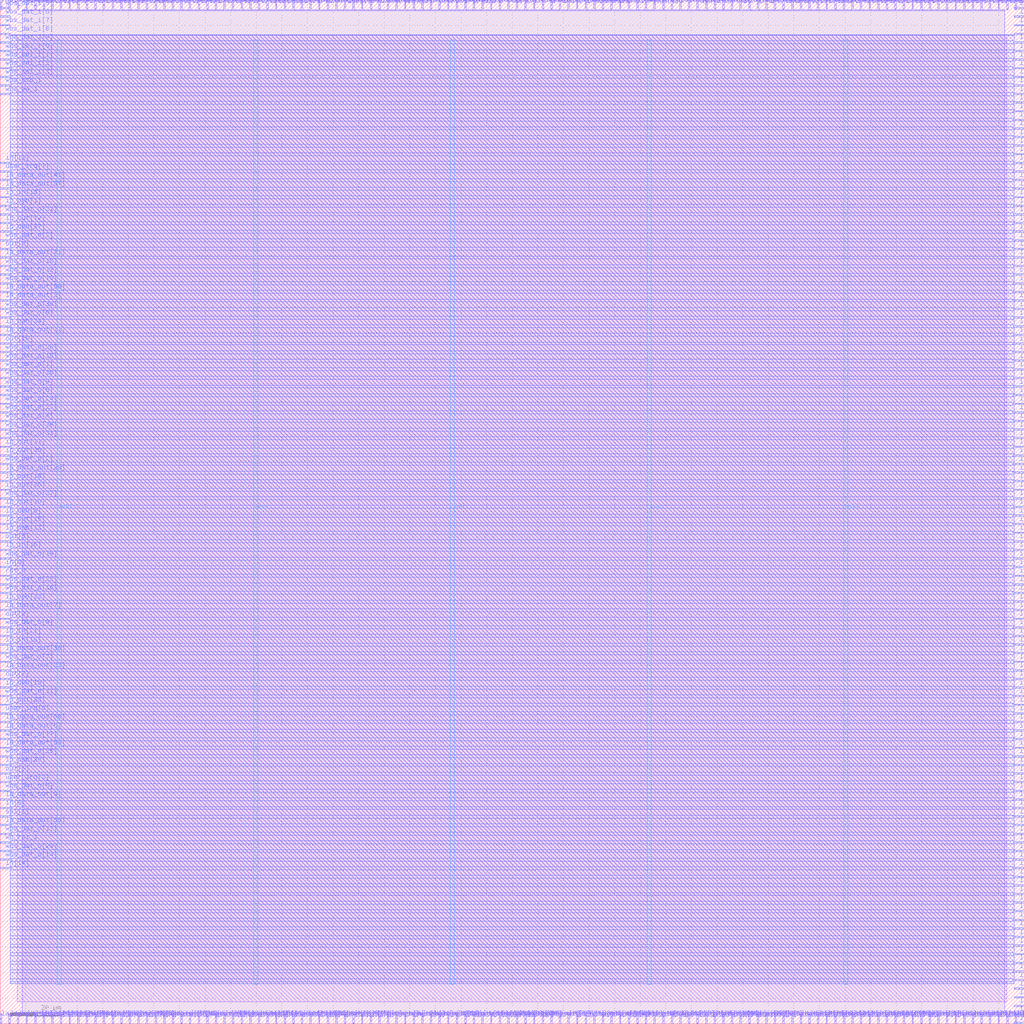
<source format=lef>
VERSION 5.7 ;
  NOWIREEXTENSIONATPIN ON ;
  DIVIDERCHAR "/" ;
  BUSBITCHARS "[]" ;
MACRO mux_wrapper
  CLASS BLOCK ;
  FOREIGN mux_wrapper ;
  ORIGIN 0.000 0.000 ;
  SIZE 400.000 BY 400.000 ;
  PIN clk
    DIRECTION OUTPUT TRISTATE ;
    USE SIGNAL ;
    ANTENNADIFFAREA 0.897600 ;
    PORT
      LAYER Metal3 ;
        RECT 396.000 292.320 400.000 292.880 ;
    END
  END clk
  PIN in[0]
    DIRECTION OUTPUT TRISTATE ;
    USE SIGNAL ;
    ANTENNADIFFAREA 4.731200 ;
    PORT
      LAYER Metal3 ;
        RECT 396.000 100.800 400.000 101.360 ;
    END
  END in[0]
  PIN in[10]
    DIRECTION OUTPUT TRISTATE ;
    USE SIGNAL ;
    ANTENNADIFFAREA 4.731200 ;
    PORT
      LAYER Metal3 ;
        RECT 396.000 288.960 400.000 289.520 ;
    END
  END in[10]
  PIN in[11]
    DIRECTION OUTPUT TRISTATE ;
    USE SIGNAL ;
    ANTENNADIFFAREA 4.731200 ;
    PORT
      LAYER Metal3 ;
        RECT 0.000 336.000 4.000 336.560 ;
    END
  END in[11]
  PIN in[12]
    DIRECTION OUTPUT TRISTATE ;
    USE SIGNAL ;
    ANTENNADIFFAREA 4.731200 ;
    PORT
      LAYER Metal2 ;
        RECT 258.720 0.000 259.280 4.000 ;
    END
  END in[12]
  PIN in[13]
    DIRECTION OUTPUT TRISTATE ;
    USE SIGNAL ;
    ANTENNADIFFAREA 4.731200 ;
    PORT
      LAYER Metal2 ;
        RECT 110.880 396.000 111.440 400.000 ;
    END
  END in[13]
  PIN in[14]
    DIRECTION OUTPUT TRISTATE ;
    USE SIGNAL ;
    ANTENNADIFFAREA 4.731200 ;
    PORT
      LAYER Metal3 ;
        RECT 0.000 60.480 4.000 61.040 ;
    END
  END in[14]
  PIN in[15]
    DIRECTION OUTPUT TRISTATE ;
    USE SIGNAL ;
    ANTENNADIFFAREA 4.731200 ;
    PORT
      LAYER Metal2 ;
        RECT 241.920 0.000 242.480 4.000 ;
    END
  END in[15]
  PIN in[16]
    DIRECTION OUTPUT TRISTATE ;
    USE SIGNAL ;
    ANTENNADIFFAREA 4.731200 ;
    PORT
      LAYER Metal2 ;
        RECT 134.400 0.000 134.960 4.000 ;
    END
  END in[16]
  PIN in[17]
    DIRECTION OUTPUT TRISTATE ;
    USE SIGNAL ;
    ANTENNADIFFAREA 4.731200 ;
    PORT
      LAYER Metal2 ;
        RECT 292.320 396.000 292.880 400.000 ;
    END
  END in[17]
  PIN in[18]
    DIRECTION OUTPUT TRISTATE ;
    USE SIGNAL ;
    ANTENNADIFFAREA 4.731200 ;
    PORT
      LAYER Metal3 ;
        RECT 396.000 151.200 400.000 151.760 ;
    END
  END in[18]
  PIN in[1]
    DIRECTION OUTPUT TRISTATE ;
    USE SIGNAL ;
    ANTENNADIFFAREA 4.731200 ;
    PORT
      LAYER Metal2 ;
        RECT 258.720 396.000 259.280 400.000 ;
    END
  END in[1]
  PIN in[2]
    DIRECTION OUTPUT TRISTATE ;
    USE SIGNAL ;
    ANTENNADIFFAREA 4.731200 ;
    PORT
      LAYER Metal2 ;
        RECT 218.400 0.000 218.960 4.000 ;
    END
  END in[2]
  PIN in[3]
    DIRECTION OUTPUT TRISTATE ;
    USE SIGNAL ;
    ANTENNADIFFAREA 4.731200 ;
    PORT
      LAYER Metal2 ;
        RECT 211.680 0.000 212.240 4.000 ;
    END
  END in[3]
  PIN in[4]
    DIRECTION OUTPUT TRISTATE ;
    USE SIGNAL ;
    ANTENNADIFFAREA 4.731200 ;
    PORT
      LAYER Metal3 ;
        RECT 396.000 124.320 400.000 124.880 ;
    END
  END in[4]
  PIN in[5]
    DIRECTION OUTPUT TRISTATE ;
    USE SIGNAL ;
    ANTENNADIFFAREA 4.731200 ;
    PORT
      LAYER Metal2 ;
        RECT 184.800 396.000 185.360 400.000 ;
    END
  END in[5]
  PIN in[6]
    DIRECTION OUTPUT TRISTATE ;
    USE SIGNAL ;
    ANTENNADIFFAREA 4.731200 ;
    PORT
      LAYER Metal2 ;
        RECT 201.600 396.000 202.160 400.000 ;
    END
  END in[6]
  PIN in[7]
    DIRECTION OUTPUT TRISTATE ;
    USE SIGNAL ;
    ANTENNADIFFAREA 4.731200 ;
    PORT
      LAYER Metal3 ;
        RECT 396.000 107.520 400.000 108.080 ;
    END
  END in[7]
  PIN in[8]
    DIRECTION OUTPUT TRISTATE ;
    USE SIGNAL ;
    ANTENNADIFFAREA 4.731200 ;
    PORT
      LAYER Metal3 ;
        RECT 0.000 84.000 4.000 84.560 ;
    END
  END in[8]
  PIN in[9]
    DIRECTION OUTPUT TRISTATE ;
    USE SIGNAL ;
    ANTENNADIFFAREA 4.731200 ;
    PORT
      LAYER Metal3 ;
        RECT 0.000 178.080 4.000 178.640 ;
    END
  END in[9]
  PIN io_in[0]
    DIRECTION INPUT ;
    USE SIGNAL ;
    PORT
      LAYER Metal2 ;
        RECT 362.880 0.000 363.440 4.000 ;
    END
  END io_in[0]
  PIN io_in[10]
    DIRECTION INPUT ;
    USE SIGNAL ;
    ANTENNAGATEAREA 0.741000 ;
    ANTENNADIFFAREA 0.410400 ;
    PORT
      LAYER Metal2 ;
        RECT 204.960 0.000 205.520 4.000 ;
    END
  END io_in[10]
  PIN io_in[11]
    DIRECTION INPUT ;
    USE SIGNAL ;
    ANTENNAGATEAREA 0.498500 ;
    ANTENNADIFFAREA 0.410400 ;
    PORT
      LAYER Metal3 ;
        RECT 396.000 131.040 400.000 131.600 ;
    END
  END io_in[11]
  PIN io_in[12]
    DIRECTION INPUT ;
    USE SIGNAL ;
    ANTENNAGATEAREA 0.741000 ;
    ANTENNADIFFAREA 0.410400 ;
    PORT
      LAYER Metal2 ;
        RECT 181.440 396.000 182.000 400.000 ;
    END
  END io_in[12]
  PIN io_in[13]
    DIRECTION INPUT ;
    USE SIGNAL ;
    ANTENNAGATEAREA 0.741000 ;
    ANTENNADIFFAREA 0.410400 ;
    PORT
      LAYER Metal2 ;
        RECT 164.640 396.000 165.200 400.000 ;
    END
  END io_in[13]
  PIN io_in[14]
    DIRECTION INPUT ;
    USE SIGNAL ;
    ANTENNAGATEAREA 0.498500 ;
    ANTENNADIFFAREA 0.410400 ;
    PORT
      LAYER Metal3 ;
        RECT 396.000 104.160 400.000 104.720 ;
    END
  END io_in[14]
  PIN io_in[15]
    DIRECTION INPUT ;
    USE SIGNAL ;
    ANTENNAGATEAREA 0.741000 ;
    ANTENNADIFFAREA 0.410400 ;
    PORT
      LAYER Metal3 ;
        RECT 0.000 147.840 4.000 148.400 ;
    END
  END io_in[15]
  PIN io_in[16]
    DIRECTION INPUT ;
    USE SIGNAL ;
    ANTENNAGATEAREA 0.741000 ;
    ANTENNADIFFAREA 0.410400 ;
    PORT
      LAYER Metal3 ;
        RECT 0.000 184.800 4.000 185.360 ;
    END
  END io_in[16]
  PIN io_in[17]
    DIRECTION INPUT ;
    USE SIGNAL ;
    ANTENNAGATEAREA 0.741000 ;
    ANTENNADIFFAREA 0.410400 ;
    PORT
      LAYER Metal3 ;
        RECT 396.000 255.360 400.000 255.920 ;
    END
  END io_in[17]
  PIN io_in[18]
    DIRECTION INPUT ;
    USE SIGNAL ;
    ANTENNAGATEAREA 0.498500 ;
    ANTENNADIFFAREA 0.410400 ;
    PORT
      LAYER Metal3 ;
        RECT 0.000 322.560 4.000 323.120 ;
    END
  END io_in[18]
  PIN io_in[19]
    DIRECTION INPUT ;
    USE SIGNAL ;
    ANTENNAGATEAREA 0.741000 ;
    ANTENNADIFFAREA 0.410400 ;
    PORT
      LAYER Metal2 ;
        RECT 228.480 0.000 229.040 4.000 ;
    END
  END io_in[19]
  PIN io_in[1]
    DIRECTION INPUT ;
    USE SIGNAL ;
    PORT
      LAYER Metal2 ;
        RECT 40.320 0.000 40.880 4.000 ;
    END
  END io_in[1]
  PIN io_in[20]
    DIRECTION INPUT ;
    USE SIGNAL ;
    ANTENNAGATEAREA 0.741000 ;
    ANTENNADIFFAREA 0.410400 ;
    PORT
      LAYER Metal2 ;
        RECT 127.680 396.000 128.240 400.000 ;
    END
  END io_in[20]
  PIN io_in[21]
    DIRECTION INPUT ;
    USE SIGNAL ;
    ANTENNAGATEAREA 0.741000 ;
    ANTENNADIFFAREA 0.410400 ;
    PORT
      LAYER Metal3 ;
        RECT 0.000 151.200 4.000 151.760 ;
    END
  END io_in[21]
  PIN io_in[22]
    DIRECTION INPUT ;
    USE SIGNAL ;
    ANTENNAGATEAREA 0.741000 ;
    ANTENNADIFFAREA 0.410400 ;
    PORT
      LAYER Metal2 ;
        RECT 221.760 0.000 222.320 4.000 ;
    END
  END io_in[22]
  PIN io_in[23]
    DIRECTION INPUT ;
    USE SIGNAL ;
    ANTENNAGATEAREA 0.498500 ;
    ANTENNADIFFAREA 0.410400 ;
    PORT
      LAYER Metal2 ;
        RECT 137.760 0.000 138.320 4.000 ;
    END
  END io_in[23]
  PIN io_in[24]
    DIRECTION INPUT ;
    USE SIGNAL ;
    ANTENNAGATEAREA 0.741000 ;
    ANTENNADIFFAREA 0.410400 ;
    PORT
      LAYER Metal2 ;
        RECT 241.920 396.000 242.480 400.000 ;
    END
  END io_in[24]
  PIN io_in[25]
    DIRECTION INPUT ;
    USE SIGNAL ;
    ANTENNAGATEAREA 0.741000 ;
    ANTENNADIFFAREA 0.410400 ;
    PORT
      LAYER Metal2 ;
        RECT 238.560 0.000 239.120 4.000 ;
    END
  END io_in[25]
  PIN io_in[26]
    DIRECTION INPUT ;
    USE SIGNAL ;
    PORT
      LAYER Metal2 ;
        RECT 50.400 0.000 50.960 4.000 ;
    END
  END io_in[26]
  PIN io_in[27]
    DIRECTION INPUT ;
    USE SIGNAL ;
    PORT
      LAYER Metal2 ;
        RECT 67.200 0.000 67.760 4.000 ;
    END
  END io_in[27]
  PIN io_in[28]
    DIRECTION INPUT ;
    USE SIGNAL ;
    PORT
      LAYER Metal2 ;
        RECT 120.960 0.000 121.520 4.000 ;
    END
  END io_in[28]
  PIN io_in[29]
    DIRECTION INPUT ;
    USE SIGNAL ;
    PORT
      LAYER Metal2 ;
        RECT 70.560 0.000 71.120 4.000 ;
    END
  END io_in[29]
  PIN io_in[2]
    DIRECTION INPUT ;
    USE SIGNAL ;
    PORT
      LAYER Metal2 ;
        RECT 84.000 0.000 84.560 4.000 ;
    END
  END io_in[2]
  PIN io_in[30]
    DIRECTION INPUT ;
    USE SIGNAL ;
    PORT
      LAYER Metal2 ;
        RECT 57.120 0.000 57.680 4.000 ;
    END
  END io_in[30]
  PIN io_in[31]
    DIRECTION INPUT ;
    USE SIGNAL ;
    PORT
      LAYER Metal2 ;
        RECT 356.160 0.000 356.720 4.000 ;
    END
  END io_in[31]
  PIN io_in[32]
    DIRECTION INPUT ;
    USE SIGNAL ;
    PORT
      LAYER Metal2 ;
        RECT 282.240 0.000 282.800 4.000 ;
    END
  END io_in[32]
  PIN io_in[33]
    DIRECTION INPUT ;
    USE SIGNAL ;
    PORT
      LAYER Metal2 ;
        RECT 53.760 0.000 54.320 4.000 ;
    END
  END io_in[33]
  PIN io_in[34]
    DIRECTION INPUT ;
    USE SIGNAL ;
    PORT
      LAYER Metal2 ;
        RECT 30.240 0.000 30.800 4.000 ;
    END
  END io_in[34]
  PIN io_in[35]
    DIRECTION INPUT ;
    USE SIGNAL ;
    PORT
      LAYER Metal2 ;
        RECT 349.440 0.000 350.000 4.000 ;
    END
  END io_in[35]
  PIN io_in[36]
    DIRECTION INPUT ;
    USE SIGNAL ;
    PORT
      LAYER Metal2 ;
        RECT 292.320 0.000 292.880 4.000 ;
    END
  END io_in[36]
  PIN io_in[37]
    DIRECTION INPUT ;
    USE SIGNAL ;
    PORT
      LAYER Metal2 ;
        RECT 299.040 0.000 299.600 4.000 ;
    END
  END io_in[37]
  PIN io_in[3]
    DIRECTION INPUT ;
    USE SIGNAL ;
    PORT
      LAYER Metal2 ;
        RECT 295.680 0.000 296.240 4.000 ;
    END
  END io_in[3]
  PIN io_in[4]
    DIRECTION INPUT ;
    USE SIGNAL ;
    PORT
      LAYER Metal2 ;
        RECT 100.800 0.000 101.360 4.000 ;
    END
  END io_in[4]
  PIN io_in[5]
    DIRECTION INPUT ;
    USE SIGNAL ;
    ANTENNAGATEAREA 0.498500 ;
    ANTENNADIFFAREA 0.410400 ;
    PORT
      LAYER Metal3 ;
        RECT 396.000 282.240 400.000 282.800 ;
    END
  END io_in[5]
  PIN io_in[6]
    DIRECTION INPUT ;
    USE SIGNAL ;
    ANTENNAGATEAREA 0.498500 ;
    ANTENNADIFFAREA 0.410400 ;
    PORT
      LAYER Metal2 ;
        RECT 141.120 0.000 141.680 4.000 ;
    END
  END io_in[6]
  PIN io_in[7]
    DIRECTION INPUT ;
    USE SIGNAL ;
    ANTENNAGATEAREA 0.741000 ;
    ANTENNADIFFAREA 0.410400 ;
    PORT
      LAYER Metal3 ;
        RECT 396.000 168.000 400.000 168.560 ;
    END
  END io_in[7]
  PIN io_in[8]
    DIRECTION INPUT ;
    USE SIGNAL ;
    ANTENNAGATEAREA 0.498500 ;
    ANTENNADIFFAREA 0.410400 ;
    PORT
      LAYER Metal2 ;
        RECT 272.160 396.000 272.720 400.000 ;
    END
  END io_in[8]
  PIN io_in[9]
    DIRECTION INPUT ;
    USE SIGNAL ;
    ANTENNAGATEAREA 0.741000 ;
    ANTENNADIFFAREA 0.410400 ;
    PORT
      LAYER Metal2 ;
        RECT 144.480 0.000 145.040 4.000 ;
    END
  END io_in[9]
  PIN io_oeb[0]
    DIRECTION OUTPUT TRISTATE ;
    USE SIGNAL ;
    ANTENNADIFFAREA 0.536800 ;
    PORT
      LAYER Metal2 ;
        RECT 231.840 396.000 232.400 400.000 ;
    END
  END io_oeb[0]
  PIN io_oeb[10]
    DIRECTION OUTPUT TRISTATE ;
    USE SIGNAL ;
    ANTENNADIFFAREA 0.536800 ;
    PORT
      LAYER Metal2 ;
        RECT 144.480 396.000 145.040 400.000 ;
    END
  END io_oeb[10]
  PIN io_oeb[11]
    DIRECTION OUTPUT TRISTATE ;
    USE SIGNAL ;
    ANTENNADIFFAREA 0.536800 ;
    PORT
      LAYER Metal3 ;
        RECT 396.000 285.600 400.000 286.160 ;
    END
  END io_oeb[11]
  PIN io_oeb[12]
    DIRECTION OUTPUT TRISTATE ;
    USE SIGNAL ;
    ANTENNADIFFAREA 0.536800 ;
    PORT
      LAYER Metal3 ;
        RECT 396.000 265.440 400.000 266.000 ;
    END
  END io_oeb[12]
  PIN io_oeb[13]
    DIRECTION OUTPUT TRISTATE ;
    USE SIGNAL ;
    ANTENNADIFFAREA 0.536800 ;
    PORT
      LAYER Metal3 ;
        RECT 0.000 191.520 4.000 192.080 ;
    END
  END io_oeb[13]
  PIN io_oeb[14]
    DIRECTION OUTPUT TRISTATE ;
    USE SIGNAL ;
    ANTENNADIFFAREA 0.536800 ;
    PORT
      LAYER Metal2 ;
        RECT 147.840 0.000 148.400 4.000 ;
    END
  END io_oeb[14]
  PIN io_oeb[15]
    DIRECTION OUTPUT TRISTATE ;
    USE SIGNAL ;
    ANTENNADIFFAREA 0.536800 ;
    PORT
      LAYER Metal3 ;
        RECT 0.000 131.040 4.000 131.600 ;
    END
  END io_oeb[15]
  PIN io_oeb[16]
    DIRECTION OUTPUT TRISTATE ;
    USE SIGNAL ;
    ANTENNADIFFAREA 0.536800 ;
    PORT
      LAYER Metal2 ;
        RECT 198.240 0.000 198.800 4.000 ;
    END
  END io_oeb[16]
  PIN io_oeb[17]
    DIRECTION OUTPUT TRISTATE ;
    USE SIGNAL ;
    ANTENNADIFFAREA 0.536800 ;
    PORT
      LAYER Metal3 ;
        RECT 396.000 174.720 400.000 175.280 ;
    END
  END io_oeb[17]
  PIN io_oeb[18]
    DIRECTION OUTPUT TRISTATE ;
    USE SIGNAL ;
    ANTENNADIFFAREA 0.536800 ;
    PORT
      LAYER Metal3 ;
        RECT 396.000 194.880 400.000 195.440 ;
    END
  END io_oeb[18]
  PIN io_oeb[19]
    DIRECTION OUTPUT TRISTATE ;
    USE SIGNAL ;
    ANTENNADIFFAREA 0.536800 ;
    PORT
      LAYER Metal2 ;
        RECT 154.560 0.000 155.120 4.000 ;
    END
  END io_oeb[19]
  PIN io_oeb[1]
    DIRECTION OUTPUT TRISTATE ;
    USE SIGNAL ;
    ANTENNADIFFAREA 0.536800 ;
    PORT
      LAYER Metal3 ;
        RECT 0.000 319.200 4.000 319.760 ;
    END
  END io_oeb[1]
  PIN io_oeb[20]
    DIRECTION OUTPUT TRISTATE ;
    USE SIGNAL ;
    ANTENNADIFFAREA 0.536800 ;
    PORT
      LAYER Metal3 ;
        RECT 0.000 100.800 4.000 101.360 ;
    END
  END io_oeb[20]
  PIN io_oeb[21]
    DIRECTION OUTPUT TRISTATE ;
    USE SIGNAL ;
    ANTENNADIFFAREA 0.536800 ;
    PORT
      LAYER Metal2 ;
        RECT 161.280 0.000 161.840 4.000 ;
    END
  END io_oeb[21]
  PIN io_oeb[22]
    DIRECTION OUTPUT TRISTATE ;
    USE SIGNAL ;
    ANTENNADIFFAREA 0.536800 ;
    PORT
      LAYER Metal3 ;
        RECT 0.000 164.640 4.000 165.200 ;
    END
  END io_oeb[22]
  PIN io_oeb[23]
    DIRECTION OUTPUT TRISTATE ;
    USE SIGNAL ;
    ANTENNADIFFAREA 0.536800 ;
    PORT
      LAYER Metal3 ;
        RECT 396.000 154.560 400.000 155.120 ;
    END
  END io_oeb[23]
  PIN io_oeb[24]
    DIRECTION OUTPUT TRISTATE ;
    USE SIGNAL ;
    ANTENNADIFFAREA 0.536800 ;
    PORT
      LAYER Metal3 ;
        RECT 0.000 272.160 4.000 272.720 ;
    END
  END io_oeb[24]
  PIN io_oeb[25]
    DIRECTION OUTPUT TRISTATE ;
    USE SIGNAL ;
    ANTENNADIFFAREA 0.536800 ;
    PORT
      LAYER Metal3 ;
        RECT 396.000 178.080 400.000 178.640 ;
    END
  END io_oeb[25]
  PIN io_oeb[26]
    DIRECTION OUTPUT TRISTATE ;
    USE SIGNAL ;
    ANTENNADIFFAREA 0.360800 ;
    PORT
      LAYER Metal3 ;
        RECT 396.000 204.960 400.000 205.520 ;
    END
  END io_oeb[26]
  PIN io_oeb[27]
    DIRECTION OUTPUT TRISTATE ;
    USE SIGNAL ;
    ANTENNADIFFAREA 0.360800 ;
    PORT
      LAYER Metal3 ;
        RECT 396.000 161.280 400.000 161.840 ;
    END
  END io_oeb[27]
  PIN io_oeb[28]
    DIRECTION OUTPUT TRISTATE ;
    USE SIGNAL ;
    ANTENNADIFFAREA 0.360800 ;
    PORT
      LAYER Metal2 ;
        RECT 265.440 396.000 266.000 400.000 ;
    END
  END io_oeb[28]
  PIN io_oeb[29]
    DIRECTION OUTPUT TRISTATE ;
    USE SIGNAL ;
    ANTENNADIFFAREA 0.360800 ;
    PORT
      LAYER Metal2 ;
        RECT 174.720 396.000 175.280 400.000 ;
    END
  END io_oeb[29]
  PIN io_oeb[2]
    DIRECTION OUTPUT TRISTATE ;
    USE SIGNAL ;
    ANTENNADIFFAREA 0.536800 ;
    PORT
      LAYER Metal2 ;
        RECT 191.520 396.000 192.080 400.000 ;
    END
  END io_oeb[2]
  PIN io_oeb[30]
    DIRECTION OUTPUT TRISTATE ;
    USE SIGNAL ;
    ANTENNADIFFAREA 0.360800 ;
    PORT
      LAYER Metal3 ;
        RECT 396.000 228.480 400.000 229.040 ;
    END
  END io_oeb[30]
  PIN io_oeb[31]
    DIRECTION OUTPUT TRISTATE ;
    USE SIGNAL ;
    ANTENNADIFFAREA 0.360800 ;
    PORT
      LAYER Metal2 ;
        RECT 168.000 0.000 168.560 4.000 ;
    END
  END io_oeb[31]
  PIN io_oeb[32]
    DIRECTION OUTPUT TRISTATE ;
    USE SIGNAL ;
    ANTENNADIFFAREA 0.360800 ;
    PORT
      LAYER Metal3 ;
        RECT 396.000 120.960 400.000 121.520 ;
    END
  END io_oeb[32]
  PIN io_oeb[33]
    DIRECTION OUTPUT TRISTATE ;
    USE SIGNAL ;
    ANTENNADIFFAREA 0.360800 ;
    PORT
      LAYER Metal3 ;
        RECT 396.000 218.400 400.000 218.960 ;
    END
  END io_oeb[33]
  PIN io_oeb[34]
    DIRECTION OUTPUT TRISTATE ;
    USE SIGNAL ;
    ANTENNADIFFAREA 0.360800 ;
    PORT
      LAYER Metal3 ;
        RECT 396.000 215.040 400.000 215.600 ;
    END
  END io_oeb[34]
  PIN io_oeb[35]
    DIRECTION OUTPUT TRISTATE ;
    USE SIGNAL ;
    ANTENNADIFFAREA 0.360800 ;
    PORT
      LAYER Metal2 ;
        RECT 161.280 396.000 161.840 400.000 ;
    END
  END io_oeb[35]
  PIN io_oeb[36]
    DIRECTION OUTPUT TRISTATE ;
    USE SIGNAL ;
    ANTENNADIFFAREA 0.360800 ;
    PORT
      LAYER Metal2 ;
        RECT 114.240 396.000 114.800 400.000 ;
    END
  END io_oeb[36]
  PIN io_oeb[37]
    DIRECTION OUTPUT TRISTATE ;
    USE SIGNAL ;
    ANTENNADIFFAREA 0.360800 ;
    PORT
      LAYER Metal3 ;
        RECT 0.000 309.120 4.000 309.680 ;
    END
  END io_oeb[37]
  PIN io_oeb[3]
    DIRECTION OUTPUT TRISTATE ;
    USE SIGNAL ;
    ANTENNADIFFAREA 0.536800 ;
    PORT
      LAYER Metal2 ;
        RECT 154.560 396.000 155.120 400.000 ;
    END
  END io_oeb[3]
  PIN io_oeb[4]
    DIRECTION OUTPUT TRISTATE ;
    USE SIGNAL ;
    ANTENNADIFFAREA 0.536800 ;
    PORT
      LAYER Metal3 ;
        RECT 396.000 191.520 400.000 192.080 ;
    END
  END io_oeb[4]
  PIN io_oeb[5]
    DIRECTION OUTPUT TRISTATE ;
    USE SIGNAL ;
    ANTENNADIFFAREA 0.536800 ;
    PORT
      LAYER Metal3 ;
        RECT 0.000 198.240 4.000 198.800 ;
    END
  END io_oeb[5]
  PIN io_oeb[6]
    DIRECTION OUTPUT TRISTATE ;
    USE SIGNAL ;
    ANTENNADIFFAREA 0.536800 ;
    PORT
      LAYER Metal2 ;
        RECT 151.200 0.000 151.760 4.000 ;
    END
  END io_oeb[6]
  PIN io_oeb[7]
    DIRECTION OUTPUT TRISTATE ;
    USE SIGNAL ;
    ANTENNADIFFAREA 0.536800 ;
    PORT
      LAYER Metal2 ;
        RECT 171.360 396.000 171.920 400.000 ;
    END
  END io_oeb[7]
  PIN io_oeb[8]
    DIRECTION OUTPUT TRISTATE ;
    USE SIGNAL ;
    ANTENNADIFFAREA 0.536800 ;
    PORT
      LAYER Metal3 ;
        RECT 396.000 262.080 400.000 262.640 ;
    END
  END io_oeb[8]
  PIN io_oeb[9]
    DIRECTION OUTPUT TRISTATE ;
    USE SIGNAL ;
    ANTENNADIFFAREA 0.536800 ;
    PORT
      LAYER Metal2 ;
        RECT 245.280 396.000 245.840 400.000 ;
    END
  END io_oeb[9]
  PIN io_out[0]
    DIRECTION OUTPUT TRISTATE ;
    USE SIGNAL ;
    ANTENNADIFFAREA 0.360800 ;
    PORT
      LAYER Metal3 ;
        RECT 396.000 184.800 400.000 185.360 ;
    END
  END io_out[0]
  PIN io_out[10]
    DIRECTION OUTPUT TRISTATE ;
    USE SIGNAL ;
    ANTENNADIFFAREA 0.360800 ;
    PORT
      LAYER Metal3 ;
        RECT 0.000 201.600 4.000 202.160 ;
    END
  END io_out[10]
  PIN io_out[11]
    DIRECTION OUTPUT TRISTATE ;
    USE SIGNAL ;
    ANTENNADIFFAREA 0.360800 ;
    PORT
      LAYER Metal3 ;
        RECT 0.000 225.120 4.000 225.680 ;
    END
  END io_out[11]
  PIN io_out[12]
    DIRECTION OUTPUT TRISTATE ;
    USE SIGNAL ;
    ANTENNADIFFAREA 0.360800 ;
    PORT
      LAYER Metal3 ;
        RECT 0.000 312.480 4.000 313.040 ;
    END
  END io_out[12]
  PIN io_out[13]
    DIRECTION OUTPUT TRISTATE ;
    USE SIGNAL ;
    ANTENNADIFFAREA 0.360800 ;
    PORT
      LAYER Metal3 ;
        RECT 396.000 245.280 400.000 245.840 ;
    END
  END io_out[13]
  PIN io_out[14]
    DIRECTION OUTPUT TRISTATE ;
    USE SIGNAL ;
    ANTENNADIFFAREA 0.360800 ;
    PORT
      LAYER Metal2 ;
        RECT 248.640 0.000 249.200 4.000 ;
    END
  END io_out[14]
  PIN io_out[15]
    DIRECTION OUTPUT TRISTATE ;
    USE SIGNAL ;
    ANTENNADIFFAREA 0.360800 ;
    PORT
      LAYER Metal3 ;
        RECT 0.000 194.880 4.000 195.440 ;
    END
  END io_out[15]
  PIN io_out[16]
    DIRECTION OUTPUT TRISTATE ;
    USE SIGNAL ;
    ANTENNADIFFAREA 0.360800 ;
    PORT
      LAYER Metal2 ;
        RECT 157.920 0.000 158.480 4.000 ;
    END
  END io_out[16]
  PIN io_out[17]
    DIRECTION OUTPUT TRISTATE ;
    USE SIGNAL ;
    ANTENNADIFFAREA 0.360800 ;
    PORT
      LAYER Metal3 ;
        RECT 396.000 181.440 400.000 182.000 ;
    END
  END io_out[17]
  PIN io_out[18]
    DIRECTION OUTPUT TRISTATE ;
    USE SIGNAL ;
    ANTENNADIFFAREA 0.360800 ;
    PORT
      LAYER Metal2 ;
        RECT 275.520 396.000 276.080 400.000 ;
    END
  END io_out[18]
  PIN io_out[19]
    DIRECTION OUTPUT TRISTATE ;
    USE SIGNAL ;
    ANTENNADIFFAREA 0.360800 ;
    PORT
      LAYER Metal3 ;
        RECT 0.000 211.680 4.000 212.240 ;
    END
  END io_out[19]
  PIN io_out[1]
    DIRECTION OUTPUT TRISTATE ;
    USE SIGNAL ;
    ANTENNADIFFAREA 0.360800 ;
    PORT
      LAYER Metal3 ;
        RECT 396.000 188.160 400.000 188.720 ;
    END
  END io_out[1]
  PIN io_out[20]
    DIRECTION OUTPUT TRISTATE ;
    USE SIGNAL ;
    ANTENNADIFFAREA 0.360800 ;
    PORT
      LAYER Metal2 ;
        RECT 151.200 396.000 151.760 400.000 ;
    END
  END io_out[20]
  PIN io_out[21]
    DIRECTION OUTPUT TRISTATE ;
    USE SIGNAL ;
    ANTENNADIFFAREA 0.360800 ;
    PORT
      LAYER Metal2 ;
        RECT 188.160 396.000 188.720 400.000 ;
    END
  END io_out[21]
  PIN io_out[22]
    DIRECTION OUTPUT TRISTATE ;
    USE SIGNAL ;
    ANTENNADIFFAREA 0.360800 ;
    PORT
      LAYER Metal2 ;
        RECT 147.840 396.000 148.400 400.000 ;
    END
  END io_out[22]
  PIN io_out[23]
    DIRECTION OUTPUT TRISTATE ;
    USE SIGNAL ;
    ANTENNADIFFAREA 0.360800 ;
    PORT
      LAYER Metal2 ;
        RECT 191.520 0.000 192.080 4.000 ;
    END
  END io_out[23]
  PIN io_out[24]
    DIRECTION OUTPUT TRISTATE ;
    USE SIGNAL ;
    ANTENNADIFFAREA 0.360800 ;
    PORT
      LAYER Metal3 ;
        RECT 396.000 164.640 400.000 165.200 ;
    END
  END io_out[24]
  PIN io_out[25]
    DIRECTION OUTPUT TRISTATE ;
    USE SIGNAL ;
    ANTENNADIFFAREA 0.360800 ;
    PORT
      LAYER Metal2 ;
        RECT 215.040 0.000 215.600 4.000 ;
    END
  END io_out[25]
  PIN io_out[26]
    DIRECTION OUTPUT TRISTATE ;
    USE SIGNAL ;
    ANTENNADIFFAREA 4.731200 ;
    PORT
      LAYER Metal3 ;
        RECT 0.000 208.320 4.000 208.880 ;
    END
  END io_out[26]
  PIN io_out[27]
    DIRECTION OUTPUT TRISTATE ;
    USE SIGNAL ;
    ANTENNADIFFAREA 4.731200 ;
    PORT
      LAYER Metal3 ;
        RECT 396.000 268.800 400.000 269.360 ;
    END
  END io_out[27]
  PIN io_out[28]
    DIRECTION OUTPUT TRISTATE ;
    USE SIGNAL ;
    ANTENNADIFFAREA 4.731200 ;
    PORT
      LAYER Metal3 ;
        RECT 0.000 124.320 4.000 124.880 ;
    END
  END io_out[28]
  PIN io_out[29]
    DIRECTION OUTPUT TRISTATE ;
    USE SIGNAL ;
    ANTENNADIFFAREA 4.731200 ;
    PORT
      LAYER Metal2 ;
        RECT 204.960 396.000 205.520 400.000 ;
    END
  END io_out[29]
  PIN io_out[2]
    DIRECTION OUTPUT TRISTATE ;
    USE SIGNAL ;
    ANTENNADIFFAREA 0.360800 ;
    PORT
      LAYER Metal3 ;
        RECT 396.000 201.600 400.000 202.160 ;
    END
  END io_out[2]
  PIN io_out[30]
    DIRECTION OUTPUT TRISTATE ;
    USE SIGNAL ;
    ANTENNADIFFAREA 4.731200 ;
    PORT
      LAYER Metal3 ;
        RECT 396.000 235.200 400.000 235.760 ;
    END
  END io_out[30]
  PIN io_out[31]
    DIRECTION OUTPUT TRISTATE ;
    USE SIGNAL ;
    ANTENNADIFFAREA 4.731200 ;
    PORT
      LAYER Metal2 ;
        RECT 171.360 0.000 171.920 4.000 ;
    END
  END io_out[31]
  PIN io_out[32]
    DIRECTION OUTPUT TRISTATE ;
    USE SIGNAL ;
    ANTENNADIFFAREA 4.731200 ;
    PORT
      LAYER Metal2 ;
        RECT 134.400 396.000 134.960 400.000 ;
    END
  END io_out[32]
  PIN io_out[33]
    DIRECTION OUTPUT TRISTATE ;
    USE SIGNAL ;
    ANTENNADIFFAREA 4.731200 ;
    PORT
      LAYER Metal3 ;
        RECT 396.000 127.680 400.000 128.240 ;
    END
  END io_out[33]
  PIN io_out[34]
    DIRECTION OUTPUT TRISTATE ;
    USE SIGNAL ;
    ANTENNADIFFAREA 4.731200 ;
    PORT
      LAYER Metal3 ;
        RECT 396.000 114.240 400.000 114.800 ;
    END
  END io_out[34]
  PIN io_out[35]
    DIRECTION OUTPUT TRISTATE ;
    USE SIGNAL ;
    ANTENNADIFFAREA 4.731200 ;
    PORT
      LAYER Metal2 ;
        RECT 248.640 396.000 249.200 400.000 ;
    END
  END io_out[35]
  PIN io_out[36]
    DIRECTION OUTPUT TRISTATE ;
    USE SIGNAL ;
    ANTENNADIFFAREA 4.731200 ;
    PORT
      LAYER Metal3 ;
        RECT 0.000 221.760 4.000 222.320 ;
    END
  END io_out[36]
  PIN io_out[37]
    DIRECTION OUTPUT TRISTATE ;
    USE SIGNAL ;
    ANTENNADIFFAREA 4.731200 ;
    PORT
      LAYER Metal2 ;
        RECT 178.080 396.000 178.640 400.000 ;
    END
  END io_out[37]
  PIN io_out[3]
    DIRECTION OUTPUT TRISTATE ;
    USE SIGNAL ;
    ANTENNADIFFAREA 0.360800 ;
    PORT
      LAYER Metal3 ;
        RECT 396.000 278.880 400.000 279.440 ;
    END
  END io_out[3]
  PIN io_out[4]
    DIRECTION OUTPUT TRISTATE ;
    USE SIGNAL ;
    ANTENNADIFFAREA 0.360800 ;
    PORT
      LAYER Metal3 ;
        RECT 396.000 275.520 400.000 276.080 ;
    END
  END io_out[4]
  PIN io_out[5]
    DIRECTION OUTPUT TRISTATE ;
    USE SIGNAL ;
    ANTENNADIFFAREA 0.360800 ;
    PORT
      LAYER Metal3 ;
        RECT 396.000 221.760 400.000 222.320 ;
    END
  END io_out[5]
  PIN io_out[6]
    DIRECTION OUTPUT TRISTATE ;
    USE SIGNAL ;
    ANTENNADIFFAREA 0.360800 ;
    PORT
      LAYER Metal2 ;
        RECT 201.600 0.000 202.160 4.000 ;
    END
  END io_out[6]
  PIN io_out[7]
    DIRECTION OUTPUT TRISTATE ;
    USE SIGNAL ;
    ANTENNADIFFAREA 0.360800 ;
    PORT
      LAYER Metal3 ;
        RECT 396.000 248.640 400.000 249.200 ;
    END
  END io_out[7]
  PIN io_out[8]
    DIRECTION OUTPUT TRISTATE ;
    USE SIGNAL ;
    ANTENNADIFFAREA 0.360800 ;
    PORT
      LAYER Metal2 ;
        RECT 228.480 396.000 229.040 400.000 ;
    END
  END io_out[8]
  PIN io_out[9]
    DIRECTION OUTPUT TRISTATE ;
    USE SIGNAL ;
    ANTENNADIFFAREA 0.360800 ;
    PORT
      LAYER Metal3 ;
        RECT 396.000 198.240 400.000 198.800 ;
    END
  END io_out[9]
  PIN la_data_in[0]
    DIRECTION INPUT ;
    USE SIGNAL ;
    PORT
      LAYER Metal2 ;
        RECT 325.920 0.000 326.480 4.000 ;
    END
  END la_data_in[0]
  PIN la_data_in[10]
    DIRECTION INPUT ;
    USE SIGNAL ;
    PORT
      LAYER Metal2 ;
        RECT 23.520 0.000 24.080 4.000 ;
    END
  END la_data_in[10]
  PIN la_data_in[11]
    DIRECTION INPUT ;
    USE SIGNAL ;
    PORT
      LAYER Metal2 ;
        RECT 302.400 0.000 302.960 4.000 ;
    END
  END la_data_in[11]
  PIN la_data_in[12]
    DIRECTION INPUT ;
    USE SIGNAL ;
    PORT
      LAYER Metal2 ;
        RECT 275.520 0.000 276.080 4.000 ;
    END
  END la_data_in[12]
  PIN la_data_in[13]
    DIRECTION INPUT ;
    USE SIGNAL ;
    PORT
      LAYER Metal2 ;
        RECT 90.720 0.000 91.280 4.000 ;
    END
  END la_data_in[13]
  PIN la_data_in[14]
    DIRECTION INPUT ;
    USE SIGNAL ;
    PORT
      LAYER Metal2 ;
        RECT 73.920 0.000 74.480 4.000 ;
    END
  END la_data_in[14]
  PIN la_data_in[15]
    DIRECTION INPUT ;
    USE SIGNAL ;
    PORT
      LAYER Metal2 ;
        RECT 110.880 0.000 111.440 4.000 ;
    END
  END la_data_in[15]
  PIN la_data_in[16]
    DIRECTION INPUT ;
    USE SIGNAL ;
    PORT
      LAYER Metal2 ;
        RECT 80.640 0.000 81.200 4.000 ;
    END
  END la_data_in[16]
  PIN la_data_in[17]
    DIRECTION INPUT ;
    USE SIGNAL ;
    PORT
      LAYER Metal2 ;
        RECT 97.440 0.000 98.000 4.000 ;
    END
  END la_data_in[17]
  PIN la_data_in[18]
    DIRECTION INPUT ;
    USE SIGNAL ;
    PORT
      LAYER Metal2 ;
        RECT 396.480 0.000 397.040 4.000 ;
    END
  END la_data_in[18]
  PIN la_data_in[19]
    DIRECTION INPUT ;
    USE SIGNAL ;
    PORT
      LAYER Metal2 ;
        RECT 104.160 0.000 104.720 4.000 ;
    END
  END la_data_in[19]
  PIN la_data_in[1]
    DIRECTION INPUT ;
    USE SIGNAL ;
    PORT
      LAYER Metal2 ;
        RECT 278.880 0.000 279.440 4.000 ;
    END
  END la_data_in[1]
  PIN la_data_in[20]
    DIRECTION INPUT ;
    USE SIGNAL ;
    PORT
      LAYER Metal2 ;
        RECT 107.520 0.000 108.080 4.000 ;
    END
  END la_data_in[20]
  PIN la_data_in[21]
    DIRECTION INPUT ;
    USE SIGNAL ;
    PORT
      LAYER Metal2 ;
        RECT 124.320 0.000 124.880 4.000 ;
    END
  END la_data_in[21]
  PIN la_data_in[22]
    DIRECTION INPUT ;
    USE SIGNAL ;
    PORT
      LAYER Metal2 ;
        RECT 389.760 0.000 390.320 4.000 ;
    END
  END la_data_in[22]
  PIN la_data_in[23]
    DIRECTION INPUT ;
    USE SIGNAL ;
    PORT
      LAYER Metal2 ;
        RECT 114.240 0.000 114.800 4.000 ;
    END
  END la_data_in[23]
  PIN la_data_in[24]
    DIRECTION INPUT ;
    USE SIGNAL ;
    PORT
      LAYER Metal2 ;
        RECT 16.800 0.000 17.360 4.000 ;
    END
  END la_data_in[24]
  PIN la_data_in[25]
    DIRECTION INPUT ;
    USE SIGNAL ;
    PORT
      LAYER Metal2 ;
        RECT 309.120 0.000 309.680 4.000 ;
    END
  END la_data_in[25]
  PIN la_data_in[26]
    DIRECTION INPUT ;
    USE SIGNAL ;
    PORT
      LAYER Metal2 ;
        RECT 117.600 0.000 118.160 4.000 ;
    END
  END la_data_in[26]
  PIN la_data_in[27]
    DIRECTION INPUT ;
    USE SIGNAL ;
    PORT
      LAYER Metal2 ;
        RECT 127.680 0.000 128.240 4.000 ;
    END
  END la_data_in[27]
  PIN la_data_in[28]
    DIRECTION INPUT ;
    USE SIGNAL ;
    PORT
      LAYER Metal2 ;
        RECT 268.800 0.000 269.360 4.000 ;
    END
  END la_data_in[28]
  PIN la_data_in[29]
    DIRECTION INPUT ;
    USE SIGNAL ;
    PORT
      LAYER Metal2 ;
        RECT 131.040 0.000 131.600 4.000 ;
    END
  END la_data_in[29]
  PIN la_data_in[2]
    DIRECTION INPUT ;
    USE SIGNAL ;
    PORT
      LAYER Metal2 ;
        RECT 0.000 0.000 0.560 4.000 ;
    END
  END la_data_in[2]
  PIN la_data_in[30]
    DIRECTION INPUT ;
    USE SIGNAL ;
    PORT
      LAYER Metal2 ;
        RECT 3.360 0.000 3.920 4.000 ;
    END
  END la_data_in[30]
  PIN la_data_in[31]
    DIRECTION INPUT ;
    USE SIGNAL ;
    PORT
      LAYER Metal2 ;
        RECT 285.600 0.000 286.160 4.000 ;
    END
  END la_data_in[31]
  PIN la_data_in[32]
    DIRECTION INPUT ;
    USE SIGNAL ;
    PORT
      LAYER Metal2 ;
        RECT 10.080 0.000 10.640 4.000 ;
    END
  END la_data_in[32]
  PIN la_data_in[33]
    DIRECTION INPUT ;
    USE SIGNAL ;
    PORT
      LAYER Metal2 ;
        RECT 315.840 0.000 316.400 4.000 ;
    END
  END la_data_in[33]
  PIN la_data_in[34]
    DIRECTION INPUT ;
    USE SIGNAL ;
    PORT
      LAYER Metal2 ;
        RECT 47.040 0.000 47.600 4.000 ;
    END
  END la_data_in[34]
  PIN la_data_in[35]
    DIRECTION INPUT ;
    USE SIGNAL ;
    PORT
      LAYER Metal2 ;
        RECT 43.680 0.000 44.240 4.000 ;
    END
  END la_data_in[35]
  PIN la_data_in[36]
    DIRECTION INPUT ;
    USE SIGNAL ;
    PORT
      LAYER Metal2 ;
        RECT 33.600 0.000 34.160 4.000 ;
    END
  END la_data_in[36]
  PIN la_data_in[37]
    DIRECTION INPUT ;
    USE SIGNAL ;
    PORT
      LAYER Metal2 ;
        RECT 332.640 0.000 333.200 4.000 ;
    END
  END la_data_in[37]
  PIN la_data_in[38]
    DIRECTION INPUT ;
    USE SIGNAL ;
    PORT
      LAYER Metal2 ;
        RECT 13.440 0.000 14.000 4.000 ;
    END
  END la_data_in[38]
  PIN la_data_in[39]
    DIRECTION INPUT ;
    USE SIGNAL ;
    PORT
      LAYER Metal2 ;
        RECT 312.480 0.000 313.040 4.000 ;
    END
  END la_data_in[39]
  PIN la_data_in[3]
    DIRECTION INPUT ;
    USE SIGNAL ;
    PORT
      LAYER Metal2 ;
        RECT 322.560 0.000 323.120 4.000 ;
    END
  END la_data_in[3]
  PIN la_data_in[40]
    DIRECTION INPUT ;
    USE SIGNAL ;
    PORT
      LAYER Metal2 ;
        RECT 77.280 0.000 77.840 4.000 ;
    END
  END la_data_in[40]
  PIN la_data_in[41]
    DIRECTION INPUT ;
    USE SIGNAL ;
    PORT
      LAYER Metal2 ;
        RECT 319.200 0.000 319.760 4.000 ;
    END
  END la_data_in[41]
  PIN la_data_in[42]
    DIRECTION INPUT ;
    USE SIGNAL ;
    PORT
      LAYER Metal2 ;
        RECT 63.840 0.000 64.400 4.000 ;
    END
  END la_data_in[42]
  PIN la_data_in[43]
    DIRECTION INPUT ;
    USE SIGNAL ;
    PORT
      LAYER Metal2 ;
        RECT 359.520 0.000 360.080 4.000 ;
    END
  END la_data_in[43]
  PIN la_data_in[44]
    DIRECTION INPUT ;
    USE SIGNAL ;
    PORT
      LAYER Metal2 ;
        RECT 87.360 0.000 87.920 4.000 ;
    END
  END la_data_in[44]
  PIN la_data_in[45]
    DIRECTION INPUT ;
    USE SIGNAL ;
    PORT
      LAYER Metal2 ;
        RECT 383.040 0.000 383.600 4.000 ;
    END
  END la_data_in[45]
  PIN la_data_in[46]
    DIRECTION INPUT ;
    USE SIGNAL ;
    PORT
      LAYER Metal2 ;
        RECT 272.160 0.000 272.720 4.000 ;
    END
  END la_data_in[46]
  PIN la_data_in[47]
    DIRECTION INPUT ;
    USE SIGNAL ;
    PORT
      LAYER Metal2 ;
        RECT 336.000 0.000 336.560 4.000 ;
    END
  END la_data_in[47]
  PIN la_data_in[48]
    DIRECTION INPUT ;
    USE SIGNAL ;
    PORT
      LAYER Metal2 ;
        RECT 393.120 0.000 393.680 4.000 ;
    END
  END la_data_in[48]
  PIN la_data_in[49]
    DIRECTION INPUT ;
    USE SIGNAL ;
    PORT
      LAYER Metal2 ;
        RECT 369.600 0.000 370.160 4.000 ;
    END
  END la_data_in[49]
  PIN la_data_in[4]
    DIRECTION INPUT ;
    USE SIGNAL ;
    PORT
      LAYER Metal2 ;
        RECT 346.080 0.000 346.640 4.000 ;
    END
  END la_data_in[4]
  PIN la_data_in[50]
    DIRECTION INPUT ;
    USE SIGNAL ;
    PORT
      LAYER Metal2 ;
        RECT 26.880 0.000 27.440 4.000 ;
    END
  END la_data_in[50]
  PIN la_data_in[51]
    DIRECTION INPUT ;
    USE SIGNAL ;
    PORT
      LAYER Metal2 ;
        RECT 36.960 0.000 37.520 4.000 ;
    END
  END la_data_in[51]
  PIN la_data_in[52]
    DIRECTION INPUT ;
    USE SIGNAL ;
    PORT
      LAYER Metal2 ;
        RECT 20.160 0.000 20.720 4.000 ;
    END
  END la_data_in[52]
  PIN la_data_in[53]
    DIRECTION INPUT ;
    USE SIGNAL ;
    PORT
      LAYER Metal2 ;
        RECT 352.800 0.000 353.360 4.000 ;
    END
  END la_data_in[53]
  PIN la_data_in[54]
    DIRECTION INPUT ;
    USE SIGNAL ;
    PORT
      LAYER Metal2 ;
        RECT 386.400 0.000 386.960 4.000 ;
    END
  END la_data_in[54]
  PIN la_data_in[55]
    DIRECTION INPUT ;
    USE SIGNAL ;
    PORT
      LAYER Metal2 ;
        RECT 265.440 0.000 266.000 4.000 ;
    END
  END la_data_in[55]
  PIN la_data_in[56]
    DIRECTION INPUT ;
    USE SIGNAL ;
    PORT
      LAYER Metal2 ;
        RECT 288.960 0.000 289.520 4.000 ;
    END
  END la_data_in[56]
  PIN la_data_in[57]
    DIRECTION INPUT ;
    USE SIGNAL ;
    PORT
      LAYER Metal2 ;
        RECT 342.720 0.000 343.280 4.000 ;
    END
  END la_data_in[57]
  PIN la_data_in[58]
    DIRECTION INPUT ;
    USE SIGNAL ;
    PORT
      LAYER Metal2 ;
        RECT 94.080 0.000 94.640 4.000 ;
    END
  END la_data_in[58]
  PIN la_data_in[59]
    DIRECTION INPUT ;
    USE SIGNAL ;
    PORT
      LAYER Metal2 ;
        RECT 6.720 0.000 7.280 4.000 ;
    END
  END la_data_in[59]
  PIN la_data_in[5]
    DIRECTION INPUT ;
    USE SIGNAL ;
    PORT
      LAYER Metal2 ;
        RECT 60.480 0.000 61.040 4.000 ;
    END
  END la_data_in[5]
  PIN la_data_in[60]
    DIRECTION INPUT ;
    USE SIGNAL ;
    PORT
      LAYER Metal2 ;
        RECT 376.320 0.000 376.880 4.000 ;
    END
  END la_data_in[60]
  PIN la_data_in[61]
    DIRECTION INPUT ;
    USE SIGNAL ;
    PORT
      LAYER Metal2 ;
        RECT 339.360 0.000 339.920 4.000 ;
    END
  END la_data_in[61]
  PIN la_data_in[62]
    DIRECTION INPUT ;
    USE SIGNAL ;
    PORT
      LAYER Metal2 ;
        RECT 372.960 0.000 373.520 4.000 ;
    END
  END la_data_in[62]
  PIN la_data_in[63]
    DIRECTION INPUT ;
    USE SIGNAL ;
    PORT
      LAYER Metal2 ;
        RECT 329.280 0.000 329.840 4.000 ;
    END
  END la_data_in[63]
  PIN la_data_in[6]
    DIRECTION INPUT ;
    USE SIGNAL ;
    PORT
      LAYER Metal2 ;
        RECT 366.240 0.000 366.800 4.000 ;
    END
  END la_data_in[6]
  PIN la_data_in[7]
    DIRECTION INPUT ;
    USE SIGNAL ;
    PORT
      LAYER Metal2 ;
        RECT 262.080 0.000 262.640 4.000 ;
    END
  END la_data_in[7]
  PIN la_data_in[8]
    DIRECTION INPUT ;
    USE SIGNAL ;
    PORT
      LAYER Metal2 ;
        RECT 305.760 0.000 306.320 4.000 ;
    END
  END la_data_in[8]
  PIN la_data_in[9]
    DIRECTION INPUT ;
    USE SIGNAL ;
    PORT
      LAYER Metal2 ;
        RECT 379.680 0.000 380.240 4.000 ;
    END
  END la_data_in[9]
  PIN la_data_out[0]
    DIRECTION OUTPUT TRISTATE ;
    USE SIGNAL ;
    ANTENNADIFFAREA 0.360800 ;
    PORT
      LAYER Metal3 ;
        RECT 396.000 231.840 400.000 232.400 ;
    END
  END la_data_out[0]
  PIN la_data_out[10]
    DIRECTION OUTPUT TRISTATE ;
    USE SIGNAL ;
    ANTENNADIFFAREA 0.360800 ;
    PORT
      LAYER Metal3 ;
        RECT 396.000 117.600 400.000 118.160 ;
    END
  END la_data_out[10]
  PIN la_data_out[11]
    DIRECTION OUTPUT TRISTATE ;
    USE SIGNAL ;
    ANTENNADIFFAREA 0.360800 ;
    PORT
      LAYER Metal3 ;
        RECT 0.000 268.800 4.000 269.360 ;
    END
  END la_data_out[11]
  PIN la_data_out[12]
    DIRECTION OUTPUT TRISTATE ;
    USE SIGNAL ;
    ANTENNADIFFAREA 0.360800 ;
    PORT
      LAYER Metal2 ;
        RECT 285.600 396.000 286.160 400.000 ;
    END
  END la_data_out[12]
  PIN la_data_out[13]
    DIRECTION OUTPUT TRISTATE ;
    USE SIGNAL ;
    ANTENNADIFFAREA 0.360800 ;
    PORT
      LAYER Metal3 ;
        RECT 396.000 137.760 400.000 138.320 ;
    END
  END la_data_out[13]
  PIN la_data_out[14]
    DIRECTION OUTPUT TRISTATE ;
    USE SIGNAL ;
    ANTENNADIFFAREA 0.360800 ;
    PORT
      LAYER Metal3 ;
        RECT 396.000 147.840 400.000 148.400 ;
    END
  END la_data_out[14]
  PIN la_data_out[15]
    DIRECTION OUTPUT TRISTATE ;
    USE SIGNAL ;
    ANTENNADIFFAREA 0.360800 ;
    PORT
      LAYER Metal2 ;
        RECT 198.240 396.000 198.800 400.000 ;
    END
  END la_data_out[15]
  PIN la_data_out[16]
    DIRECTION OUTPUT TRISTATE ;
    USE SIGNAL ;
    ANTENNADIFFAREA 0.360800 ;
    PORT
      LAYER Metal3 ;
        RECT 396.000 272.160 400.000 272.720 ;
    END
  END la_data_out[16]
  PIN la_data_out[17]
    DIRECTION OUTPUT TRISTATE ;
    USE SIGNAL ;
    ANTENNADIFFAREA 0.360800 ;
    PORT
      LAYER Metal2 ;
        RECT 208.320 0.000 208.880 4.000 ;
    END
  END la_data_out[17]
  PIN la_data_out[18]
    DIRECTION OUTPUT TRISTATE ;
    USE SIGNAL ;
    ANTENNADIFFAREA 0.360800 ;
    PORT
      LAYER Metal2 ;
        RECT 164.640 0.000 165.200 4.000 ;
    END
  END la_data_out[18]
  PIN la_data_out[19]
    DIRECTION OUTPUT TRISTATE ;
    USE SIGNAL ;
    ANTENNADIFFAREA 0.360800 ;
    PORT
      LAYER Metal2 ;
        RECT 235.200 0.000 235.760 4.000 ;
    END
  END la_data_out[19]
  PIN la_data_out[1]
    DIRECTION OUTPUT TRISTATE ;
    USE SIGNAL ;
    ANTENNADIFFAREA 0.360800 ;
    PORT
      LAYER Metal2 ;
        RECT 238.560 396.000 239.120 400.000 ;
    END
  END la_data_out[1]
  PIN la_data_out[20]
    DIRECTION OUTPUT TRISTATE ;
    USE SIGNAL ;
    ANTENNADIFFAREA 0.360800 ;
    PORT
      LAYER Metal2 ;
        RECT 225.120 396.000 225.680 400.000 ;
    END
  END la_data_out[20]
  PIN la_data_out[21]
    DIRECTION OUTPUT TRISTATE ;
    USE SIGNAL ;
    ANTENNADIFFAREA 0.360800 ;
    PORT
      LAYER Metal3 ;
        RECT 0.000 299.040 4.000 299.600 ;
    END
  END la_data_out[21]
  PIN la_data_out[22]
    DIRECTION OUTPUT TRISTATE ;
    USE SIGNAL ;
    ANTENNADIFFAREA 0.360800 ;
    PORT
      LAYER Metal2 ;
        RECT 137.760 396.000 138.320 400.000 ;
    END
  END la_data_out[22]
  PIN la_data_out[23]
    DIRECTION OUTPUT TRISTATE ;
    USE SIGNAL ;
    ANTENNADIFFAREA 0.360800 ;
    PORT
      LAYER Metal3 ;
        RECT 0.000 137.760 4.000 138.320 ;
    END
  END la_data_out[23]
  PIN la_data_out[24]
    DIRECTION OUTPUT TRISTATE ;
    USE SIGNAL ;
    ANTENNADIFFAREA 0.360800 ;
    PORT
      LAYER Metal2 ;
        RECT 245.280 0.000 245.840 4.000 ;
    END
  END la_data_out[24]
  PIN la_data_out[25]
    DIRECTION OUTPUT TRISTATE ;
    USE SIGNAL ;
    ANTENNADIFFAREA 0.360800 ;
    PORT
      LAYER Metal2 ;
        RECT 188.160 0.000 188.720 4.000 ;
    END
  END la_data_out[25]
  PIN la_data_out[26]
    DIRECTION OUTPUT TRISTATE ;
    USE SIGNAL ;
    ANTENNADIFFAREA 0.360800 ;
    PORT
      LAYER Metal3 ;
        RECT 396.000 110.880 400.000 111.440 ;
    END
  END la_data_out[26]
  PIN la_data_out[27]
    DIRECTION OUTPUT TRISTATE ;
    USE SIGNAL ;
    ANTENNADIFFAREA 0.360800 ;
    PORT
      LAYER Metal3 ;
        RECT 396.000 171.360 400.000 171.920 ;
    END
  END la_data_out[27]
  PIN la_data_out[28]
    DIRECTION OUTPUT TRISTATE ;
    USE SIGNAL ;
    ANTENNADIFFAREA 0.360800 ;
    PORT
      LAYER Metal3 ;
        RECT 0.000 215.040 4.000 215.600 ;
    END
  END la_data_out[28]
  PIN la_data_out[29]
    DIRECTION OUTPUT TRISTATE ;
    USE SIGNAL ;
    ANTENNADIFFAREA 0.360800 ;
    PORT
      LAYER Metal2 ;
        RECT 211.680 396.000 212.240 400.000 ;
    END
  END la_data_out[29]
  PIN la_data_out[2]
    DIRECTION OUTPUT TRISTATE ;
    USE SIGNAL ;
    ANTENNADIFFAREA 0.360800 ;
    PORT
      LAYER Metal3 ;
        RECT 0.000 282.240 4.000 282.800 ;
    END
  END la_data_out[2]
  PIN la_data_out[30]
    DIRECTION OUTPUT TRISTATE ;
    USE SIGNAL ;
    ANTENNADIFFAREA 0.360800 ;
    PORT
      LAYER Metal3 ;
        RECT 0.000 144.480 4.000 145.040 ;
    END
  END la_data_out[30]
  PIN la_data_out[31]
    DIRECTION OUTPUT TRISTATE ;
    USE SIGNAL ;
    ANTENNADIFFAREA 0.360800 ;
    PORT
      LAYER Metal2 ;
        RECT 194.880 0.000 195.440 4.000 ;
    END
  END la_data_out[31]
  PIN la_data_out[32]
    DIRECTION OUTPUT TRISTATE ;
    USE SIGNAL ;
    ANTENNADIFFAREA 0.360800 ;
    PORT
      LAYER Metal2 ;
        RECT 252.000 0.000 252.560 4.000 ;
    END
  END la_data_out[32]
  PIN la_data_out[33]
    DIRECTION OUTPUT TRISTATE ;
    USE SIGNAL ;
    ANTENNADIFFAREA 0.360800 ;
    PORT
      LAYER Metal2 ;
        RECT 174.720 0.000 175.280 4.000 ;
    END
  END la_data_out[33]
  PIN la_data_out[34]
    DIRECTION OUTPUT TRISTATE ;
    USE SIGNAL ;
    ANTENNADIFFAREA 0.360800 ;
    PORT
      LAYER Metal2 ;
        RECT 124.320 396.000 124.880 400.000 ;
    END
  END la_data_out[34]
  PIN la_data_out[35]
    DIRECTION OUTPUT TRISTATE ;
    USE SIGNAL ;
    ANTENNADIFFAREA 0.360800 ;
    PORT
      LAYER Metal2 ;
        RECT 181.440 0.000 182.000 4.000 ;
    END
  END la_data_out[35]
  PIN la_data_out[36]
    DIRECTION OUTPUT TRISTATE ;
    USE SIGNAL ;
    ANTENNADIFFAREA 0.360800 ;
    PORT
      LAYER Metal3 ;
        RECT 396.000 258.720 400.000 259.280 ;
    END
  END la_data_out[36]
  PIN la_data_out[37]
    DIRECTION OUTPUT TRISTATE ;
    USE SIGNAL ;
    ANTENNADIFFAREA 0.360800 ;
    PORT
      LAYER Metal2 ;
        RECT 255.360 0.000 255.920 4.000 ;
    END
  END la_data_out[37]
  PIN la_data_out[38]
    DIRECTION OUTPUT TRISTATE ;
    USE SIGNAL ;
    ANTENNADIFFAREA 0.360800 ;
    PORT
      LAYER Metal2 ;
        RECT 278.880 396.000 279.440 400.000 ;
    END
  END la_data_out[38]
  PIN la_data_out[39]
    DIRECTION OUTPUT TRISTATE ;
    USE SIGNAL ;
    ANTENNADIFFAREA 0.360800 ;
    PORT
      LAYER Metal2 ;
        RECT 184.800 0.000 185.360 4.000 ;
    END
  END la_data_out[39]
  PIN la_data_out[3]
    DIRECTION OUTPUT TRISTATE ;
    USE SIGNAL ;
    ANTENNADIFFAREA 0.360800 ;
    PORT
      LAYER Metal2 ;
        RECT 208.320 396.000 208.880 400.000 ;
    END
  END la_data_out[3]
  PIN la_data_out[40]
    DIRECTION OUTPUT TRISTATE ;
    USE SIGNAL ;
    ANTENNADIFFAREA 0.360800 ;
    PORT
      LAYER Metal3 ;
        RECT 396.000 238.560 400.000 239.120 ;
    END
  END la_data_out[40]
  PIN la_data_out[41]
    DIRECTION OUTPUT TRISTATE ;
    USE SIGNAL ;
    ANTENNADIFFAREA 0.360800 ;
    PORT
      LAYER Metal3 ;
        RECT 0.000 329.280 4.000 329.840 ;
    END
  END la_data_out[41]
  PIN la_data_out[42]
    DIRECTION OUTPUT TRISTATE ;
    USE SIGNAL ;
    ANTENNADIFFAREA 0.360800 ;
    PORT
      LAYER Metal2 ;
        RECT 178.080 0.000 178.640 4.000 ;
    END
  END la_data_out[42]
  PIN la_data_out[43]
    DIRECTION OUTPUT TRISTATE ;
    USE SIGNAL ;
    ANTENNADIFFAREA 0.360800 ;
    PORT
      LAYER Metal3 ;
        RECT 396.000 134.400 400.000 134.960 ;
    END
  END la_data_out[43]
  PIN la_data_out[44]
    DIRECTION OUTPUT TRISTATE ;
    USE SIGNAL ;
    ANTENNADIFFAREA 0.360800 ;
    PORT
      LAYER Metal3 ;
        RECT 396.000 141.120 400.000 141.680 ;
    END
  END la_data_out[44]
  PIN la_data_out[45]
    DIRECTION OUTPUT TRISTATE ;
    USE SIGNAL ;
    ANTENNADIFFAREA 0.360800 ;
    PORT
      LAYER Metal2 ;
        RECT 117.600 396.000 118.160 400.000 ;
    END
  END la_data_out[45]
  PIN la_data_out[46]
    DIRECTION OUTPUT TRISTATE ;
    USE SIGNAL ;
    ANTENNADIFFAREA 0.360800 ;
    PORT
      LAYER Metal2 ;
        RECT 262.080 396.000 262.640 400.000 ;
    END
  END la_data_out[46]
  PIN la_data_out[47]
    DIRECTION OUTPUT TRISTATE ;
    USE SIGNAL ;
    ANTENNADIFFAREA 0.360800 ;
    PORT
      LAYER Metal3 ;
        RECT 396.000 208.320 400.000 208.880 ;
    END
  END la_data_out[47]
  PIN la_data_out[48]
    DIRECTION OUTPUT TRISTATE ;
    USE SIGNAL ;
    ANTENNADIFFAREA 0.360800 ;
    PORT
      LAYER Metal2 ;
        RECT 225.120 0.000 225.680 4.000 ;
    END
  END la_data_out[48]
  PIN la_data_out[49]
    DIRECTION OUTPUT TRISTATE ;
    USE SIGNAL ;
    ANTENNADIFFAREA 0.360800 ;
    PORT
      LAYER Metal2 ;
        RECT 231.840 0.000 232.400 4.000 ;
    END
  END la_data_out[49]
  PIN la_data_out[4]
    DIRECTION OUTPUT TRISTATE ;
    USE SIGNAL ;
    ANTENNADIFFAREA 0.360800 ;
    PORT
      LAYER Metal3 ;
        RECT 396.000 252.000 400.000 252.560 ;
    END
  END la_data_out[4]
  PIN la_data_out[50]
    DIRECTION OUTPUT TRISTATE ;
    USE SIGNAL ;
    ANTENNADIFFAREA 0.360800 ;
    PORT
      LAYER Metal3 ;
        RECT 0.000 77.280 4.000 77.840 ;
    END
  END la_data_out[50]
  PIN la_data_out[51]
    DIRECTION OUTPUT TRISTATE ;
    USE SIGNAL ;
    ANTENNADIFFAREA 0.360800 ;
    PORT
      LAYER Metal2 ;
        RECT 120.960 396.000 121.520 400.000 ;
    END
  END la_data_out[51]
  PIN la_data_out[52]
    DIRECTION OUTPUT TRISTATE ;
    USE SIGNAL ;
    ANTENNADIFFAREA 0.360800 ;
    PORT
      LAYER Metal2 ;
        RECT 221.760 396.000 222.320 400.000 ;
    END
  END la_data_out[52]
  PIN la_data_out[53]
    DIRECTION OUTPUT TRISTATE ;
    USE SIGNAL ;
    ANTENNADIFFAREA 0.360800 ;
    PORT
      LAYER Metal3 ;
        RECT 0.000 107.520 4.000 108.080 ;
    END
  END la_data_out[53]
  PIN la_data_out[54]
    DIRECTION OUTPUT TRISTATE ;
    USE SIGNAL ;
    ANTENNADIFFAREA 0.360800 ;
    PORT
      LAYER Metal3 ;
        RECT 396.000 225.120 400.000 225.680 ;
    END
  END la_data_out[54]
  PIN la_data_out[55]
    DIRECTION OUTPUT TRISTATE ;
    USE SIGNAL ;
    ANTENNADIFFAREA 0.360800 ;
    PORT
      LAYER Metal2 ;
        RECT 168.000 396.000 168.560 400.000 ;
    END
  END la_data_out[55]
  PIN la_data_out[56]
    DIRECTION OUTPUT TRISTATE ;
    USE SIGNAL ;
    ANTENNADIFFAREA 0.360800 ;
    PORT
      LAYER Metal3 ;
        RECT 0.000 285.600 4.000 286.160 ;
    END
  END la_data_out[56]
  PIN la_data_out[57]
    DIRECTION OUTPUT TRISTATE ;
    USE SIGNAL ;
    ANTENNADIFFAREA 0.360800 ;
    PORT
      LAYER Metal3 ;
        RECT 0.000 325.920 4.000 326.480 ;
    END
  END la_data_out[57]
  PIN la_data_out[58]
    DIRECTION OUTPUT TRISTATE ;
    USE SIGNAL ;
    ANTENNADIFFAREA 0.360800 ;
    PORT
      LAYER Metal2 ;
        RECT 218.400 396.000 218.960 400.000 ;
    END
  END la_data_out[58]
  PIN la_data_out[59]
    DIRECTION OUTPUT TRISTATE ;
    USE SIGNAL ;
    ANTENNADIFFAREA 0.360800 ;
    PORT
      LAYER Metal3 ;
        RECT 396.000 211.680 400.000 212.240 ;
    END
  END la_data_out[59]
  PIN la_data_out[5]
    DIRECTION OUTPUT TRISTATE ;
    USE SIGNAL ;
    ANTENNADIFFAREA 0.360800 ;
    PORT
      LAYER Metal3 ;
        RECT 0.000 114.240 4.000 114.800 ;
    END
  END la_data_out[5]
  PIN la_data_out[60]
    DIRECTION OUTPUT TRISTATE ;
    USE SIGNAL ;
    ANTENNADIFFAREA 0.360800 ;
    PORT
      LAYER Metal3 ;
        RECT 0.000 117.600 4.000 118.160 ;
    END
  END la_data_out[60]
  PIN la_data_out[61]
    DIRECTION OUTPUT TRISTATE ;
    USE SIGNAL ;
    ANTENNADIFFAREA 0.360800 ;
    PORT
      LAYER Metal2 ;
        RECT 288.960 396.000 289.520 400.000 ;
    END
  END la_data_out[61]
  PIN la_data_out[62]
    DIRECTION OUTPUT TRISTATE ;
    USE SIGNAL ;
    ANTENNADIFFAREA 0.360800 ;
    PORT
      LAYER Metal3 ;
        RECT 396.000 144.480 400.000 145.040 ;
    END
  END la_data_out[62]
  PIN la_data_out[63]
    DIRECTION OUTPUT TRISTATE ;
    USE SIGNAL ;
    ANTENNADIFFAREA 0.360800 ;
    PORT
      LAYER Metal2 ;
        RECT 141.120 396.000 141.680 400.000 ;
    END
  END la_data_out[63]
  PIN la_data_out[6]
    DIRECTION OUTPUT TRISTATE ;
    USE SIGNAL ;
    ANTENNADIFFAREA 0.360800 ;
    PORT
      LAYER Metal3 ;
        RECT 396.000 157.920 400.000 158.480 ;
    END
  END la_data_out[6]
  PIN la_data_out[7]
    DIRECTION OUTPUT TRISTATE ;
    USE SIGNAL ;
    ANTENNADIFFAREA 0.360800 ;
    PORT
      LAYER Metal3 ;
        RECT 0.000 161.280 4.000 161.840 ;
    END
  END la_data_out[7]
  PIN la_data_out[8]
    DIRECTION OUTPUT TRISTATE ;
    USE SIGNAL ;
    ANTENNADIFFAREA 0.360800 ;
    PORT
      LAYER Metal3 ;
        RECT 396.000 241.920 400.000 242.480 ;
    END
  END la_data_out[8]
  PIN la_data_out[9]
    DIRECTION OUTPUT TRISTATE ;
    USE SIGNAL ;
    ANTENNADIFFAREA 0.360800 ;
    PORT
      LAYER Metal3 ;
        RECT 0.000 87.360 4.000 87.920 ;
    END
  END la_data_out[9]
  PIN la_oenb[0]
    DIRECTION INPUT ;
    USE SIGNAL ;
    PORT
      LAYER Metal3 ;
        RECT 396.000 16.800 400.000 17.360 ;
    END
  END la_oenb[0]
  PIN la_oenb[10]
    DIRECTION INPUT ;
    USE SIGNAL ;
    PORT
      LAYER Metal3 ;
        RECT 396.000 369.600 400.000 370.160 ;
    END
  END la_oenb[10]
  PIN la_oenb[11]
    DIRECTION INPUT ;
    USE SIGNAL ;
    PORT
      LAYER Metal3 ;
        RECT 396.000 305.760 400.000 306.320 ;
    END
  END la_oenb[11]
  PIN la_oenb[12]
    DIRECTION INPUT ;
    USE SIGNAL ;
    PORT
      LAYER Metal3 ;
        RECT 396.000 80.640 400.000 81.200 ;
    END
  END la_oenb[12]
  PIN la_oenb[13]
    DIRECTION INPUT ;
    USE SIGNAL ;
    PORT
      LAYER Metal3 ;
        RECT 396.000 47.040 400.000 47.600 ;
    END
  END la_oenb[13]
  PIN la_oenb[14]
    DIRECTION INPUT ;
    USE SIGNAL ;
    PORT
      LAYER Metal3 ;
        RECT 396.000 315.840 400.000 316.400 ;
    END
  END la_oenb[14]
  PIN la_oenb[15]
    DIRECTION INPUT ;
    USE SIGNAL ;
    PORT
      LAYER Metal3 ;
        RECT 396.000 87.360 400.000 87.920 ;
    END
  END la_oenb[15]
  PIN la_oenb[16]
    DIRECTION INPUT ;
    USE SIGNAL ;
    PORT
      LAYER Metal3 ;
        RECT 396.000 50.400 400.000 50.960 ;
    END
  END la_oenb[16]
  PIN la_oenb[17]
    DIRECTION INPUT ;
    USE SIGNAL ;
    PORT
      LAYER Metal3 ;
        RECT 396.000 346.080 400.000 346.640 ;
    END
  END la_oenb[17]
  PIN la_oenb[18]
    DIRECTION INPUT ;
    USE SIGNAL ;
    PORT
      LAYER Metal3 ;
        RECT 396.000 60.480 400.000 61.040 ;
    END
  END la_oenb[18]
  PIN la_oenb[19]
    DIRECTION INPUT ;
    USE SIGNAL ;
    PORT
      LAYER Metal3 ;
        RECT 396.000 40.320 400.000 40.880 ;
    END
  END la_oenb[19]
  PIN la_oenb[1]
    DIRECTION INPUT ;
    USE SIGNAL ;
    PORT
      LAYER Metal3 ;
        RECT 396.000 33.600 400.000 34.160 ;
    END
  END la_oenb[1]
  PIN la_oenb[20]
    DIRECTION INPUT ;
    USE SIGNAL ;
    PORT
      LAYER Metal3 ;
        RECT 396.000 389.760 400.000 390.320 ;
    END
  END la_oenb[20]
  PIN la_oenb[21]
    DIRECTION INPUT ;
    USE SIGNAL ;
    PORT
      LAYER Metal3 ;
        RECT 396.000 73.920 400.000 74.480 ;
    END
  END la_oenb[21]
  PIN la_oenb[22]
    DIRECTION INPUT ;
    USE SIGNAL ;
    PORT
      LAYER Metal3 ;
        RECT 396.000 57.120 400.000 57.680 ;
    END
  END la_oenb[22]
  PIN la_oenb[23]
    DIRECTION INPUT ;
    USE SIGNAL ;
    PORT
      LAYER Metal3 ;
        RECT 396.000 36.960 400.000 37.520 ;
    END
  END la_oenb[23]
  PIN la_oenb[24]
    DIRECTION INPUT ;
    USE SIGNAL ;
    PORT
      LAYER Metal3 ;
        RECT 396.000 6.720 400.000 7.280 ;
    END
  END la_oenb[24]
  PIN la_oenb[25]
    DIRECTION INPUT ;
    USE SIGNAL ;
    PORT
      LAYER Metal3 ;
        RECT 396.000 376.320 400.000 376.880 ;
    END
  END la_oenb[25]
  PIN la_oenb[26]
    DIRECTION INPUT ;
    USE SIGNAL ;
    PORT
      LAYER Metal3 ;
        RECT 396.000 0.000 400.000 0.560 ;
    END
  END la_oenb[26]
  PIN la_oenb[27]
    DIRECTION INPUT ;
    USE SIGNAL ;
    PORT
      LAYER Metal3 ;
        RECT 396.000 396.480 400.000 397.040 ;
    END
  END la_oenb[27]
  PIN la_oenb[28]
    DIRECTION INPUT ;
    USE SIGNAL ;
    PORT
      LAYER Metal3 ;
        RECT 396.000 90.720 400.000 91.280 ;
    END
  END la_oenb[28]
  PIN la_oenb[29]
    DIRECTION INPUT ;
    USE SIGNAL ;
    PORT
      LAYER Metal3 ;
        RECT 396.000 26.880 400.000 27.440 ;
    END
  END la_oenb[29]
  PIN la_oenb[2]
    DIRECTION INPUT ;
    USE SIGNAL ;
    PORT
      LAYER Metal3 ;
        RECT 396.000 366.240 400.000 366.800 ;
    END
  END la_oenb[2]
  PIN la_oenb[30]
    DIRECTION INPUT ;
    USE SIGNAL ;
    PORT
      LAYER Metal3 ;
        RECT 396.000 97.440 400.000 98.000 ;
    END
  END la_oenb[30]
  PIN la_oenb[31]
    DIRECTION INPUT ;
    USE SIGNAL ;
    PORT
      LAYER Metal3 ;
        RECT 396.000 379.680 400.000 380.240 ;
    END
  END la_oenb[31]
  PIN la_oenb[32]
    DIRECTION INPUT ;
    USE SIGNAL ;
    PORT
      LAYER Metal3 ;
        RECT 396.000 10.080 400.000 10.640 ;
    END
  END la_oenb[32]
  PIN la_oenb[33]
    DIRECTION INPUT ;
    USE SIGNAL ;
    PORT
      LAYER Metal3 ;
        RECT 396.000 94.080 400.000 94.640 ;
    END
  END la_oenb[33]
  PIN la_oenb[34]
    DIRECTION INPUT ;
    USE SIGNAL ;
    PORT
      LAYER Metal3 ;
        RECT 396.000 30.240 400.000 30.800 ;
    END
  END la_oenb[34]
  PIN la_oenb[35]
    DIRECTION INPUT ;
    USE SIGNAL ;
    PORT
      LAYER Metal3 ;
        RECT 396.000 299.040 400.000 299.600 ;
    END
  END la_oenb[35]
  PIN la_oenb[36]
    DIRECTION INPUT ;
    USE SIGNAL ;
    PORT
      LAYER Metal3 ;
        RECT 396.000 386.400 400.000 386.960 ;
    END
  END la_oenb[36]
  PIN la_oenb[37]
    DIRECTION INPUT ;
    USE SIGNAL ;
    PORT
      LAYER Metal3 ;
        RECT 396.000 383.040 400.000 383.600 ;
    END
  END la_oenb[37]
  PIN la_oenb[38]
    DIRECTION INPUT ;
    USE SIGNAL ;
    PORT
      LAYER Metal3 ;
        RECT 396.000 362.880 400.000 363.440 ;
    END
  END la_oenb[38]
  PIN la_oenb[39]
    DIRECTION INPUT ;
    USE SIGNAL ;
    PORT
      LAYER Metal3 ;
        RECT 396.000 13.440 400.000 14.000 ;
    END
  END la_oenb[39]
  PIN la_oenb[3]
    DIRECTION INPUT ;
    USE SIGNAL ;
    PORT
      LAYER Metal3 ;
        RECT 396.000 329.280 400.000 329.840 ;
    END
  END la_oenb[3]
  PIN la_oenb[40]
    DIRECTION INPUT ;
    USE SIGNAL ;
    PORT
      LAYER Metal3 ;
        RECT 396.000 359.520 400.000 360.080 ;
    END
  END la_oenb[40]
  PIN la_oenb[41]
    DIRECTION INPUT ;
    USE SIGNAL ;
    PORT
      LAYER Metal3 ;
        RECT 396.000 332.640 400.000 333.200 ;
    END
  END la_oenb[41]
  PIN la_oenb[42]
    DIRECTION INPUT ;
    USE SIGNAL ;
    PORT
      LAYER Metal3 ;
        RECT 396.000 77.280 400.000 77.840 ;
    END
  END la_oenb[42]
  PIN la_oenb[43]
    DIRECTION INPUT ;
    USE SIGNAL ;
    PORT
      LAYER Metal3 ;
        RECT 396.000 309.120 400.000 309.680 ;
    END
  END la_oenb[43]
  PIN la_oenb[44]
    DIRECTION INPUT ;
    USE SIGNAL ;
    PORT
      LAYER Metal3 ;
        RECT 396.000 339.360 400.000 339.920 ;
    END
  END la_oenb[44]
  PIN la_oenb[45]
    DIRECTION INPUT ;
    USE SIGNAL ;
    PORT
      LAYER Metal3 ;
        RECT 396.000 393.120 400.000 393.680 ;
    END
  END la_oenb[45]
  PIN la_oenb[46]
    DIRECTION INPUT ;
    USE SIGNAL ;
    PORT
      LAYER Metal3 ;
        RECT 396.000 20.160 400.000 20.720 ;
    END
  END la_oenb[46]
  PIN la_oenb[47]
    DIRECTION INPUT ;
    USE SIGNAL ;
    PORT
      LAYER Metal3 ;
        RECT 396.000 319.200 400.000 319.760 ;
    END
  END la_oenb[47]
  PIN la_oenb[48]
    DIRECTION INPUT ;
    USE SIGNAL ;
    PORT
      LAYER Metal3 ;
        RECT 396.000 322.560 400.000 323.120 ;
    END
  END la_oenb[48]
  PIN la_oenb[49]
    DIRECTION INPUT ;
    USE SIGNAL ;
    PORT
      LAYER Metal3 ;
        RECT 396.000 53.760 400.000 54.320 ;
    END
  END la_oenb[49]
  PIN la_oenb[4]
    DIRECTION INPUT ;
    USE SIGNAL ;
    PORT
      LAYER Metal3 ;
        RECT 396.000 302.400 400.000 302.960 ;
    END
  END la_oenb[4]
  PIN la_oenb[50]
    DIRECTION INPUT ;
    USE SIGNAL ;
    PORT
      LAYER Metal3 ;
        RECT 396.000 352.800 400.000 353.360 ;
    END
  END la_oenb[50]
  PIN la_oenb[51]
    DIRECTION INPUT ;
    USE SIGNAL ;
    PORT
      LAYER Metal3 ;
        RECT 396.000 23.520 400.000 24.080 ;
    END
  END la_oenb[51]
  PIN la_oenb[52]
    DIRECTION INPUT ;
    USE SIGNAL ;
    PORT
      LAYER Metal3 ;
        RECT 396.000 84.000 400.000 84.560 ;
    END
  END la_oenb[52]
  PIN la_oenb[53]
    DIRECTION INPUT ;
    USE SIGNAL ;
    PORT
      LAYER Metal3 ;
        RECT 396.000 349.440 400.000 350.000 ;
    END
  END la_oenb[53]
  PIN la_oenb[54]
    DIRECTION INPUT ;
    USE SIGNAL ;
    PORT
      LAYER Metal3 ;
        RECT 396.000 312.480 400.000 313.040 ;
    END
  END la_oenb[54]
  PIN la_oenb[55]
    DIRECTION INPUT ;
    USE SIGNAL ;
    PORT
      LAYER Metal3 ;
        RECT 396.000 372.960 400.000 373.520 ;
    END
  END la_oenb[55]
  PIN la_oenb[56]
    DIRECTION INPUT ;
    USE SIGNAL ;
    PORT
      LAYER Metal3 ;
        RECT 396.000 63.840 400.000 64.400 ;
    END
  END la_oenb[56]
  PIN la_oenb[57]
    DIRECTION INPUT ;
    USE SIGNAL ;
    PORT
      LAYER Metal3 ;
        RECT 396.000 70.560 400.000 71.120 ;
    END
  END la_oenb[57]
  PIN la_oenb[58]
    DIRECTION INPUT ;
    USE SIGNAL ;
    PORT
      LAYER Metal3 ;
        RECT 396.000 295.680 400.000 296.240 ;
    END
  END la_oenb[58]
  PIN la_oenb[59]
    DIRECTION INPUT ;
    USE SIGNAL ;
    PORT
      LAYER Metal3 ;
        RECT 396.000 67.200 400.000 67.760 ;
    END
  END la_oenb[59]
  PIN la_oenb[5]
    DIRECTION INPUT ;
    USE SIGNAL ;
    PORT
      LAYER Metal3 ;
        RECT 396.000 342.720 400.000 343.280 ;
    END
  END la_oenb[5]
  PIN la_oenb[60]
    DIRECTION INPUT ;
    USE SIGNAL ;
    PORT
      LAYER Metal3 ;
        RECT 396.000 43.680 400.000 44.240 ;
    END
  END la_oenb[60]
  PIN la_oenb[61]
    DIRECTION INPUT ;
    USE SIGNAL ;
    PORT
      LAYER Metal3 ;
        RECT 396.000 356.160 400.000 356.720 ;
    END
  END la_oenb[61]
  PIN la_oenb[62]
    DIRECTION INPUT ;
    USE SIGNAL ;
    PORT
      LAYER Metal3 ;
        RECT 396.000 325.920 400.000 326.480 ;
    END
  END la_oenb[62]
  PIN la_oenb[63]
    DIRECTION INPUT ;
    USE SIGNAL ;
    PORT
      LAYER Metal3 ;
        RECT 396.000 3.360 400.000 3.920 ;
    END
  END la_oenb[63]
  PIN la_oenb[6]
    DIRECTION INPUT ;
    USE SIGNAL ;
    PORT
      LAYER Metal3 ;
        RECT 396.000 336.000 400.000 336.560 ;
    END
  END la_oenb[6]
  PIN la_oenb[7]
    DIRECTION INPUT ;
    USE SIGNAL ;
    PORT
      LAYER Metal2 ;
        RECT 366.240 396.000 366.800 400.000 ;
    END
  END la_oenb[7]
  PIN la_oenb[8]
    DIRECTION INPUT ;
    USE SIGNAL ;
    PORT
      LAYER Metal2 ;
        RECT 369.600 396.000 370.160 400.000 ;
    END
  END la_oenb[8]
  PIN la_oenb[9]
    DIRECTION INPUT ;
    USE SIGNAL ;
    PORT
      LAYER Metal2 ;
        RECT 50.400 396.000 50.960 400.000 ;
    END
  END la_oenb[9]
  PIN out[0]
    DIRECTION INPUT ;
    USE SIGNAL ;
    ANTENNAGATEAREA 0.498500 ;
    ANTENNADIFFAREA 0.410400 ;
    PORT
      LAYER Metal3 ;
        RECT 0.000 302.400 4.000 302.960 ;
    END
  END out[0]
  PIN out[10]
    DIRECTION INPUT ;
    USE SIGNAL ;
    ANTENNAGATEAREA 0.741000 ;
    ANTENNADIFFAREA 0.410400 ;
    PORT
      LAYER Metal3 ;
        RECT 0.000 265.440 4.000 266.000 ;
    END
  END out[10]
  PIN out[11]
    DIRECTION INPUT ;
    USE SIGNAL ;
    ANTENNAGATEAREA 0.741000 ;
    ANTENNADIFFAREA 0.410400 ;
    PORT
      LAYER Metal2 ;
        RECT 131.040 396.000 131.600 400.000 ;
    END
  END out[11]
  PIN out[1]
    DIRECTION INPUT ;
    USE SIGNAL ;
    ANTENNAGATEAREA 0.498500 ;
    ANTENNADIFFAREA 0.410400 ;
    PORT
      LAYER Metal2 ;
        RECT 268.800 396.000 269.360 400.000 ;
    END
  END out[1]
  PIN out[2]
    DIRECTION INPUT ;
    USE SIGNAL ;
    ANTENNAGATEAREA 0.741000 ;
    ANTENNADIFFAREA 0.410400 ;
    PORT
      LAYER Metal3 ;
        RECT 0.000 157.920 4.000 158.480 ;
    END
  END out[2]
  PIN out[3]
    DIRECTION INPUT ;
    USE SIGNAL ;
    ANTENNAGATEAREA 0.498500 ;
    ANTENNADIFFAREA 0.410400 ;
    PORT
      LAYER Metal2 ;
        RECT 282.240 396.000 282.800 400.000 ;
    END
  END out[3]
  PIN out[4]
    DIRECTION INPUT ;
    USE SIGNAL ;
    ANTENNAGATEAREA 0.741000 ;
    ANTENNADIFFAREA 0.410400 ;
    PORT
      LAYER Metal2 ;
        RECT 252.000 396.000 252.560 400.000 ;
    END
  END out[4]
  PIN out[5]
    DIRECTION INPUT ;
    USE SIGNAL ;
    ANTENNAGATEAREA 0.498500 ;
    ANTENNADIFFAREA 0.410400 ;
    PORT
      LAYER Metal3 ;
        RECT 0.000 97.440 4.000 98.000 ;
    END
  END out[5]
  PIN out[6]
    DIRECTION INPUT ;
    USE SIGNAL ;
    ANTENNAGATEAREA 0.741000 ;
    ANTENNADIFFAREA 0.410400 ;
    PORT
      LAYER Metal2 ;
        RECT 157.920 396.000 158.480 400.000 ;
    END
  END out[6]
  PIN out[7]
    DIRECTION INPUT ;
    USE SIGNAL ;
    ANTENNAGATEAREA 0.498500 ;
    ANTENNADIFFAREA 0.410400 ;
    PORT
      LAYER Metal3 ;
        RECT 0.000 134.400 4.000 134.960 ;
    END
  END out[7]
  PIN out[8]
    DIRECTION INPUT ;
    USE SIGNAL ;
    ANTENNAGATEAREA 0.741000 ;
    ANTENNADIFFAREA 0.410400 ;
    PORT
      LAYER Metal3 ;
        RECT 0.000 188.160 4.000 188.720 ;
    END
  END out[8]
  PIN out[9]
    DIRECTION INPUT ;
    USE SIGNAL ;
    ANTENNAGATEAREA 0.741000 ;
    ANTENNADIFFAREA 0.410400 ;
    PORT
      LAYER Metal2 ;
        RECT 215.040 396.000 215.600 400.000 ;
    END
  END out[9]
  PIN rst_n
    DIRECTION OUTPUT TRISTATE ;
    USE SIGNAL ;
    ANTENNADIFFAREA 4.731200 ;
    PORT
      LAYER Metal3 ;
        RECT 0.000 174.720 4.000 175.280 ;
    END
  END rst_n
  PIN sel[0]
    DIRECTION OUTPUT TRISTATE ;
    USE SIGNAL ;
    ANTENNADIFFAREA 4.731200 ;
    PORT
      LAYER Metal2 ;
        RECT 255.360 396.000 255.920 400.000 ;
    END
  END sel[0]
  PIN sel[1]
    DIRECTION OUTPUT TRISTATE ;
    USE SIGNAL ;
    ANTENNADIFFAREA 4.731200 ;
    PORT
      LAYER Metal3 ;
        RECT 0.000 80.640 4.000 81.200 ;
    END
  END sel[1]
  PIN user_clock2
    DIRECTION INPUT ;
    USE SIGNAL ;
    PORT
      LAYER Metal2 ;
        RECT 322.560 396.000 323.120 400.000 ;
    END
  END user_clock2
  PIN user_irq[0]
    DIRECTION OUTPUT TRISTATE ;
    USE SIGNAL ;
    ANTENNADIFFAREA 0.360800 ;
    PORT
      LAYER Metal3 ;
        RECT 0.000 120.960 4.000 121.520 ;
    END
  END user_irq[0]
  PIN user_irq[1]
    DIRECTION OUTPUT TRISTATE ;
    USE SIGNAL ;
    ANTENNADIFFAREA 0.360800 ;
    PORT
      LAYER Metal3 ;
        RECT 0.000 332.640 4.000 333.200 ;
    END
  END user_irq[1]
  PIN user_irq[2]
    DIRECTION OUTPUT TRISTATE ;
    USE SIGNAL ;
    ANTENNADIFFAREA 0.360800 ;
    PORT
      LAYER Metal3 ;
        RECT 0.000 94.080 4.000 94.640 ;
    END
  END user_irq[2]
  PIN vdd
    DIRECTION INOUT ;
    USE POWER ;
    PORT
      LAYER Metal4 ;
        RECT 22.240 15.380 23.840 384.460 ;
    END
    PORT
      LAYER Metal4 ;
        RECT 175.840 15.380 177.440 384.460 ;
    END
    PORT
      LAYER Metal4 ;
        RECT 329.440 15.380 331.040 384.460 ;
    END
  END vdd
  PIN vss
    DIRECTION INOUT ;
    USE GROUND ;
    PORT
      LAYER Metal4 ;
        RECT 99.040 15.380 100.640 384.460 ;
    END
    PORT
      LAYER Metal4 ;
        RECT 252.640 15.380 254.240 384.460 ;
    END
  END vss
  PIN wb_clk_i
    DIRECTION INPUT ;
    USE SIGNAL ;
    ANTENNAGATEAREA 0.498500 ;
    ANTENNADIFFAREA 0.410400 ;
    PORT
      LAYER Metal2 ;
        RECT 235.200 396.000 235.760 400.000 ;
    END
  END wb_clk_i
  PIN wb_rst_i
    DIRECTION INPUT ;
    USE SIGNAL ;
    ANTENNAGATEAREA 0.498500 ;
    ANTENNADIFFAREA 0.410400 ;
    PORT
      LAYER Metal3 ;
        RECT 0.000 70.560 4.000 71.120 ;
    END
  END wb_rst_i
  PIN wbs_ack_o
    DIRECTION OUTPUT TRISTATE ;
    USE SIGNAL ;
    ANTENNADIFFAREA 0.360800 ;
    PORT
      LAYER Metal2 ;
        RECT 194.880 396.000 195.440 400.000 ;
    END
  END wbs_ack_o
  PIN wbs_adr_i[0]
    DIRECTION INPUT ;
    USE SIGNAL ;
    PORT
      LAYER Metal2 ;
        RECT 362.880 396.000 363.440 400.000 ;
    END
  END wbs_adr_i[0]
  PIN wbs_adr_i[10]
    DIRECTION INPUT ;
    USE SIGNAL ;
    PORT
      LAYER Metal2 ;
        RECT 73.920 396.000 74.480 400.000 ;
    END
  END wbs_adr_i[10]
  PIN wbs_adr_i[11]
    DIRECTION INPUT ;
    USE SIGNAL ;
    PORT
      LAYER Metal2 ;
        RECT 84.000 396.000 84.560 400.000 ;
    END
  END wbs_adr_i[11]
  PIN wbs_adr_i[12]
    DIRECTION INPUT ;
    USE SIGNAL ;
    PORT
      LAYER Metal2 ;
        RECT 43.680 396.000 44.240 400.000 ;
    END
  END wbs_adr_i[12]
  PIN wbs_adr_i[13]
    DIRECTION INPUT ;
    USE SIGNAL ;
    PORT
      LAYER Metal2 ;
        RECT 339.360 396.000 339.920 400.000 ;
    END
  END wbs_adr_i[13]
  PIN wbs_adr_i[14]
    DIRECTION INPUT ;
    USE SIGNAL ;
    PORT
      LAYER Metal2 ;
        RECT 63.840 396.000 64.400 400.000 ;
    END
  END wbs_adr_i[14]
  PIN wbs_adr_i[15]
    DIRECTION INPUT ;
    USE SIGNAL ;
    PORT
      LAYER Metal2 ;
        RECT 295.680 396.000 296.240 400.000 ;
    END
  END wbs_adr_i[15]
  PIN wbs_adr_i[16]
    DIRECTION INPUT ;
    USE SIGNAL ;
    PORT
      LAYER Metal2 ;
        RECT 309.120 396.000 309.680 400.000 ;
    END
  END wbs_adr_i[16]
  PIN wbs_adr_i[17]
    DIRECTION INPUT ;
    USE SIGNAL ;
    PORT
      LAYER Metal2 ;
        RECT 396.480 396.000 397.040 400.000 ;
    END
  END wbs_adr_i[17]
  PIN wbs_adr_i[18]
    DIRECTION INPUT ;
    USE SIGNAL ;
    PORT
      LAYER Metal2 ;
        RECT 6.720 396.000 7.280 400.000 ;
    END
  END wbs_adr_i[18]
  PIN wbs_adr_i[19]
    DIRECTION INPUT ;
    USE SIGNAL ;
    PORT
      LAYER Metal2 ;
        RECT 383.040 396.000 383.600 400.000 ;
    END
  END wbs_adr_i[19]
  PIN wbs_adr_i[1]
    DIRECTION INPUT ;
    USE SIGNAL ;
    PORT
      LAYER Metal2 ;
        RECT 302.400 396.000 302.960 400.000 ;
    END
  END wbs_adr_i[1]
  PIN wbs_adr_i[20]
    DIRECTION INPUT ;
    USE SIGNAL ;
    PORT
      LAYER Metal2 ;
        RECT 319.200 396.000 319.760 400.000 ;
    END
  END wbs_adr_i[20]
  PIN wbs_adr_i[21]
    DIRECTION INPUT ;
    USE SIGNAL ;
    PORT
      LAYER Metal2 ;
        RECT 325.920 396.000 326.480 400.000 ;
    END
  END wbs_adr_i[21]
  PIN wbs_adr_i[22]
    DIRECTION INPUT ;
    USE SIGNAL ;
    PORT
      LAYER Metal2 ;
        RECT 332.640 396.000 333.200 400.000 ;
    END
  END wbs_adr_i[22]
  PIN wbs_adr_i[23]
    DIRECTION INPUT ;
    USE SIGNAL ;
    PORT
      LAYER Metal2 ;
        RECT 329.280 396.000 329.840 400.000 ;
    END
  END wbs_adr_i[23]
  PIN wbs_adr_i[24]
    DIRECTION INPUT ;
    USE SIGNAL ;
    PORT
      LAYER Metal2 ;
        RECT 90.720 396.000 91.280 400.000 ;
    END
  END wbs_adr_i[24]
  PIN wbs_adr_i[25]
    DIRECTION INPUT ;
    USE SIGNAL ;
    PORT
      LAYER Metal2 ;
        RECT 393.120 396.000 393.680 400.000 ;
    END
  END wbs_adr_i[25]
  PIN wbs_adr_i[26]
    DIRECTION INPUT ;
    USE SIGNAL ;
    PORT
      LAYER Metal2 ;
        RECT 299.040 396.000 299.600 400.000 ;
    END
  END wbs_adr_i[26]
  PIN wbs_adr_i[27]
    DIRECTION INPUT ;
    USE SIGNAL ;
    PORT
      LAYER Metal2 ;
        RECT 315.840 396.000 316.400 400.000 ;
    END
  END wbs_adr_i[27]
  PIN wbs_adr_i[28]
    DIRECTION INPUT ;
    USE SIGNAL ;
    PORT
      LAYER Metal2 ;
        RECT 312.480 396.000 313.040 400.000 ;
    END
  END wbs_adr_i[28]
  PIN wbs_adr_i[29]
    DIRECTION INPUT ;
    USE SIGNAL ;
    PORT
      LAYER Metal2 ;
        RECT 372.960 396.000 373.520 400.000 ;
    END
  END wbs_adr_i[29]
  PIN wbs_adr_i[2]
    DIRECTION INPUT ;
    USE SIGNAL ;
    PORT
      LAYER Metal2 ;
        RECT 305.760 396.000 306.320 400.000 ;
    END
  END wbs_adr_i[2]
  PIN wbs_adr_i[30]
    DIRECTION INPUT ;
    USE SIGNAL ;
    PORT
      LAYER Metal2 ;
        RECT 107.520 396.000 108.080 400.000 ;
    END
  END wbs_adr_i[30]
  PIN wbs_adr_i[31]
    DIRECTION INPUT ;
    USE SIGNAL ;
    PORT
      LAYER Metal2 ;
        RECT 376.320 396.000 376.880 400.000 ;
    END
  END wbs_adr_i[31]
  PIN wbs_adr_i[3]
    DIRECTION INPUT ;
    USE SIGNAL ;
    PORT
      LAYER Metal2 ;
        RECT 336.000 396.000 336.560 400.000 ;
    END
  END wbs_adr_i[3]
  PIN wbs_adr_i[4]
    DIRECTION INPUT ;
    USE SIGNAL ;
    PORT
      LAYER Metal2 ;
        RECT 94.080 396.000 94.640 400.000 ;
    END
  END wbs_adr_i[4]
  PIN wbs_adr_i[5]
    DIRECTION INPUT ;
    USE SIGNAL ;
    PORT
      LAYER Metal2 ;
        RECT 389.760 396.000 390.320 400.000 ;
    END
  END wbs_adr_i[5]
  PIN wbs_adr_i[6]
    DIRECTION INPUT ;
    USE SIGNAL ;
    PORT
      LAYER Metal2 ;
        RECT 386.400 396.000 386.960 400.000 ;
    END
  END wbs_adr_i[6]
  PIN wbs_adr_i[7]
    DIRECTION INPUT ;
    USE SIGNAL ;
    PORT
      LAYER Metal2 ;
        RECT 359.520 396.000 360.080 400.000 ;
    END
  END wbs_adr_i[7]
  PIN wbs_adr_i[8]
    DIRECTION INPUT ;
    USE SIGNAL ;
    PORT
      LAYER Metal2 ;
        RECT 23.520 396.000 24.080 400.000 ;
    END
  END wbs_adr_i[8]
  PIN wbs_adr_i[9]
    DIRECTION INPUT ;
    USE SIGNAL ;
    PORT
      LAYER Metal2 ;
        RECT 352.800 396.000 353.360 400.000 ;
    END
  END wbs_adr_i[9]
  PIN wbs_cyc_i
    DIRECTION INPUT ;
    USE SIGNAL ;
    PORT
      LAYER Metal2 ;
        RECT 16.800 396.000 17.360 400.000 ;
    END
  END wbs_cyc_i
  PIN wbs_dat_i[0]
    DIRECTION INPUT ;
    USE SIGNAL ;
    PORT
      LAYER Metal2 ;
        RECT 100.800 396.000 101.360 400.000 ;
    END
  END wbs_dat_i[0]
  PIN wbs_dat_i[10]
    DIRECTION INPUT ;
    USE SIGNAL ;
    PORT
      LAYER Metal2 ;
        RECT 10.080 396.000 10.640 400.000 ;
    END
  END wbs_dat_i[10]
  PIN wbs_dat_i[11]
    DIRECTION INPUT ;
    USE SIGNAL ;
    PORT
      LAYER Metal2 ;
        RECT 3.360 396.000 3.920 400.000 ;
    END
  END wbs_dat_i[11]
  PIN wbs_dat_i[12]
    DIRECTION INPUT ;
    USE SIGNAL ;
    PORT
      LAYER Metal2 ;
        RECT 342.720 396.000 343.280 400.000 ;
    END
  END wbs_dat_i[12]
  PIN wbs_dat_i[13]
    DIRECTION INPUT ;
    USE SIGNAL ;
    PORT
      LAYER Metal2 ;
        RECT 36.960 396.000 37.520 400.000 ;
    END
  END wbs_dat_i[13]
  PIN wbs_dat_i[14]
    DIRECTION INPUT ;
    USE SIGNAL ;
    PORT
      LAYER Metal2 ;
        RECT 13.440 396.000 14.000 400.000 ;
    END
  END wbs_dat_i[14]
  PIN wbs_dat_i[15]
    DIRECTION INPUT ;
    USE SIGNAL ;
    PORT
      LAYER Metal2 ;
        RECT 53.760 396.000 54.320 400.000 ;
    END
  END wbs_dat_i[15]
  PIN wbs_dat_i[16]
    DIRECTION INPUT ;
    USE SIGNAL ;
    PORT
      LAYER Metal2 ;
        RECT 20.160 396.000 20.720 400.000 ;
    END
  END wbs_dat_i[16]
  PIN wbs_dat_i[17]
    DIRECTION INPUT ;
    USE SIGNAL ;
    PORT
      LAYER Metal2 ;
        RECT 87.360 396.000 87.920 400.000 ;
    END
  END wbs_dat_i[17]
  PIN wbs_dat_i[18]
    DIRECTION INPUT ;
    USE SIGNAL ;
    PORT
      LAYER Metal2 ;
        RECT 40.320 396.000 40.880 400.000 ;
    END
  END wbs_dat_i[18]
  PIN wbs_dat_i[19]
    DIRECTION INPUT ;
    USE SIGNAL ;
    PORT
      LAYER Metal2 ;
        RECT 70.560 396.000 71.120 400.000 ;
    END
  END wbs_dat_i[19]
  PIN wbs_dat_i[1]
    DIRECTION INPUT ;
    USE SIGNAL ;
    PORT
      LAYER Metal2 ;
        RECT 67.200 396.000 67.760 400.000 ;
    END
  END wbs_dat_i[1]
  PIN wbs_dat_i[20]
    DIRECTION INPUT ;
    USE SIGNAL ;
    PORT
      LAYER Metal2 ;
        RECT 47.040 396.000 47.600 400.000 ;
    END
  END wbs_dat_i[20]
  PIN wbs_dat_i[21]
    DIRECTION INPUT ;
    USE SIGNAL ;
    PORT
      LAYER Metal2 ;
        RECT 57.120 396.000 57.680 400.000 ;
    END
  END wbs_dat_i[21]
  PIN wbs_dat_i[22]
    DIRECTION INPUT ;
    USE SIGNAL ;
    PORT
      LAYER Metal2 ;
        RECT 0.000 396.000 0.560 400.000 ;
    END
  END wbs_dat_i[22]
  PIN wbs_dat_i[23]
    DIRECTION INPUT ;
    USE SIGNAL ;
    PORT
      LAYER Metal2 ;
        RECT 379.680 396.000 380.240 400.000 ;
    END
  END wbs_dat_i[23]
  PIN wbs_dat_i[24]
    DIRECTION INPUT ;
    USE SIGNAL ;
    PORT
      LAYER Metal2 ;
        RECT 80.640 396.000 81.200 400.000 ;
    END
  END wbs_dat_i[24]
  PIN wbs_dat_i[25]
    DIRECTION INPUT ;
    USE SIGNAL ;
    PORT
      LAYER Metal2 ;
        RECT 77.280 396.000 77.840 400.000 ;
    END
  END wbs_dat_i[25]
  PIN wbs_dat_i[26]
    DIRECTION INPUT ;
    USE SIGNAL ;
    PORT
      LAYER Metal2 ;
        RECT 30.240 396.000 30.800 400.000 ;
    END
  END wbs_dat_i[26]
  PIN wbs_dat_i[27]
    DIRECTION INPUT ;
    USE SIGNAL ;
    PORT
      LAYER Metal2 ;
        RECT 26.880 396.000 27.440 400.000 ;
    END
  END wbs_dat_i[27]
  PIN wbs_dat_i[28]
    DIRECTION INPUT ;
    USE SIGNAL ;
    PORT
      LAYER Metal2 ;
        RECT 356.160 396.000 356.720 400.000 ;
    END
  END wbs_dat_i[28]
  PIN wbs_dat_i[29]
    DIRECTION INPUT ;
    USE SIGNAL ;
    PORT
      LAYER Metal2 ;
        RECT 60.480 396.000 61.040 400.000 ;
    END
  END wbs_dat_i[29]
  PIN wbs_dat_i[2]
    DIRECTION INPUT ;
    USE SIGNAL ;
    PORT
      LAYER Metal2 ;
        RECT 33.600 396.000 34.160 400.000 ;
    END
  END wbs_dat_i[2]
  PIN wbs_dat_i[30]
    DIRECTION INPUT ;
    USE SIGNAL ;
    PORT
      LAYER Metal2 ;
        RECT 104.160 396.000 104.720 400.000 ;
    END
  END wbs_dat_i[30]
  PIN wbs_dat_i[31]
    DIRECTION INPUT ;
    USE SIGNAL ;
    PORT
      LAYER Metal2 ;
        RECT 97.440 396.000 98.000 400.000 ;
    END
  END wbs_dat_i[31]
  PIN wbs_dat_i[3]
    DIRECTION INPUT ;
    USE SIGNAL ;
    PORT
      LAYER Metal2 ;
        RECT 346.080 396.000 346.640 400.000 ;
    END
  END wbs_dat_i[3]
  PIN wbs_dat_i[4]
    DIRECTION INPUT ;
    USE SIGNAL ;
    PORT
      LAYER Metal2 ;
        RECT 349.440 396.000 350.000 400.000 ;
    END
  END wbs_dat_i[4]
  PIN wbs_dat_i[5]
    DIRECTION INPUT ;
    USE SIGNAL ;
    PORT
      LAYER Metal3 ;
        RECT 0.000 396.480 4.000 397.040 ;
    END
  END wbs_dat_i[5]
  PIN wbs_dat_i[6]
    DIRECTION INPUT ;
    USE SIGNAL ;
    PORT
      LAYER Metal3 ;
        RECT 0.000 393.120 4.000 393.680 ;
    END
  END wbs_dat_i[6]
  PIN wbs_dat_i[7]
    DIRECTION INPUT ;
    USE SIGNAL ;
    PORT
      LAYER Metal3 ;
        RECT 0.000 389.760 4.000 390.320 ;
    END
  END wbs_dat_i[7]
  PIN wbs_dat_i[8]
    DIRECTION INPUT ;
    USE SIGNAL ;
    PORT
      LAYER Metal3 ;
        RECT 0.000 386.400 4.000 386.960 ;
    END
  END wbs_dat_i[8]
  PIN wbs_dat_i[9]
    DIRECTION INPUT ;
    USE SIGNAL ;
    PORT
      LAYER Metal3 ;
        RECT 0.000 383.040 4.000 383.600 ;
    END
  END wbs_dat_i[9]
  PIN wbs_dat_o[0]
    DIRECTION OUTPUT TRISTATE ;
    USE SIGNAL ;
    ANTENNADIFFAREA 0.360800 ;
    PORT
      LAYER Metal3 ;
        RECT 0.000 275.520 4.000 276.080 ;
    END
  END wbs_dat_o[0]
  PIN wbs_dat_o[10]
    DIRECTION OUTPUT TRISTATE ;
    USE SIGNAL ;
    ANTENNADIFFAREA 0.360800 ;
    PORT
      LAYER Metal3 ;
        RECT 0.000 288.960 4.000 289.520 ;
    END
  END wbs_dat_o[10]
  PIN wbs_dat_o[11]
    DIRECTION OUTPUT TRISTATE ;
    USE SIGNAL ;
    ANTENNADIFFAREA 0.360800 ;
    PORT
      LAYER Metal3 ;
        RECT 0.000 127.680 4.000 128.240 ;
    END
  END wbs_dat_o[11]
  PIN wbs_dat_o[12]
    DIRECTION OUTPUT TRISTATE ;
    USE SIGNAL ;
    ANTENNADIFFAREA 0.360800 ;
    PORT
      LAYER Metal3 ;
        RECT 0.000 292.320 4.000 292.880 ;
    END
  END wbs_dat_o[12]
  PIN wbs_dat_o[13]
    DIRECTION OUTPUT TRISTATE ;
    USE SIGNAL ;
    ANTENNADIFFAREA 0.360800 ;
    PORT
      LAYER Metal3 ;
        RECT 0.000 73.920 4.000 74.480 ;
    END
  END wbs_dat_o[13]
  PIN wbs_dat_o[14]
    DIRECTION OUTPUT TRISTATE ;
    USE SIGNAL ;
    ANTENNADIFFAREA 0.360800 ;
    PORT
      LAYER Metal3 ;
        RECT 0.000 63.840 4.000 64.400 ;
    END
  END wbs_dat_o[14]
  PIN wbs_dat_o[15]
    DIRECTION OUTPUT TRISTATE ;
    USE SIGNAL ;
    ANTENNADIFFAREA 0.360800 ;
    PORT
      LAYER Metal3 ;
        RECT 0.000 258.720 4.000 259.280 ;
    END
  END wbs_dat_o[15]
  PIN wbs_dat_o[16]
    DIRECTION OUTPUT TRISTATE ;
    USE SIGNAL ;
    ANTENNADIFFAREA 0.360800 ;
    PORT
      LAYER Metal3 ;
        RECT 0.000 168.000 4.000 168.560 ;
    END
  END wbs_dat_o[16]
  PIN wbs_dat_o[17]
    DIRECTION OUTPUT TRISTATE ;
    USE SIGNAL ;
    ANTENNADIFFAREA 0.360800 ;
    PORT
      LAYER Metal3 ;
        RECT 0.000 110.880 4.000 111.440 ;
    END
  END wbs_dat_o[17]
  PIN wbs_dat_o[18]
    DIRECTION OUTPUT TRISTATE ;
    USE SIGNAL ;
    ANTENNADIFFAREA 0.360800 ;
    PORT
      LAYER Metal3 ;
        RECT 0.000 295.680 4.000 296.240 ;
    END
  END wbs_dat_o[18]
  PIN wbs_dat_o[19]
    DIRECTION OUTPUT TRISTATE ;
    USE SIGNAL ;
    ANTENNADIFFAREA 0.360800 ;
    PORT
      LAYER Metal3 ;
        RECT 0.000 181.440 4.000 182.000 ;
    END
  END wbs_dat_o[19]
  PIN wbs_dat_o[1]
    DIRECTION OUTPUT TRISTATE ;
    USE SIGNAL ;
    ANTENNADIFFAREA 0.360800 ;
    PORT
      LAYER Metal3 ;
        RECT 0.000 255.360 4.000 255.920 ;
    END
  END wbs_dat_o[1]
  PIN wbs_dat_o[20]
    DIRECTION OUTPUT TRISTATE ;
    USE SIGNAL ;
    ANTENNADIFFAREA 0.360800 ;
    PORT
      LAYER Metal3 ;
        RECT 0.000 252.000 4.000 252.560 ;
    END
  END wbs_dat_o[20]
  PIN wbs_dat_o[21]
    DIRECTION OUTPUT TRISTATE ;
    USE SIGNAL ;
    ANTENNADIFFAREA 0.360800 ;
    PORT
      LAYER Metal3 ;
        RECT 0.000 315.840 4.000 316.400 ;
    END
  END wbs_dat_o[21]
  PIN wbs_dat_o[22]
    DIRECTION OUTPUT TRISTATE ;
    USE SIGNAL ;
    ANTENNADIFFAREA 0.360800 ;
    PORT
      LAYER Metal3 ;
        RECT 0.000 171.360 4.000 171.920 ;
    END
  END wbs_dat_o[22]
  PIN wbs_dat_o[23]
    DIRECTION OUTPUT TRISTATE ;
    USE SIGNAL ;
    ANTENNADIFFAREA 0.360800 ;
    PORT
      LAYER Metal3 ;
        RECT 0.000 238.560 4.000 239.120 ;
    END
  END wbs_dat_o[23]
  PIN wbs_dat_o[24]
    DIRECTION OUTPUT TRISTATE ;
    USE SIGNAL ;
    ANTENNADIFFAREA 0.360800 ;
    PORT
      LAYER Metal3 ;
        RECT 0.000 241.920 4.000 242.480 ;
    END
  END wbs_dat_o[24]
  PIN wbs_dat_o[25]
    DIRECTION OUTPUT TRISTATE ;
    USE SIGNAL ;
    ANTENNADIFFAREA 0.360800 ;
    PORT
      LAYER Metal3 ;
        RECT 0.000 104.160 4.000 104.720 ;
    END
  END wbs_dat_o[25]
  PIN wbs_dat_o[26]
    DIRECTION OUTPUT TRISTATE ;
    USE SIGNAL ;
    ANTENNADIFFAREA 0.360800 ;
    PORT
      LAYER Metal3 ;
        RECT 0.000 262.080 4.000 262.640 ;
    END
  END wbs_dat_o[26]
  PIN wbs_dat_o[27]
    DIRECTION OUTPUT TRISTATE ;
    USE SIGNAL ;
    ANTENNADIFFAREA 0.360800 ;
    PORT
      LAYER Metal3 ;
        RECT 0.000 204.960 4.000 205.520 ;
    END
  END wbs_dat_o[27]
  PIN wbs_dat_o[28]
    DIRECTION OUTPUT TRISTATE ;
    USE SIGNAL ;
    ANTENNADIFFAREA 0.360800 ;
    PORT
      LAYER Metal3 ;
        RECT 0.000 231.840 4.000 232.400 ;
    END
  END wbs_dat_o[28]
  PIN wbs_dat_o[29]
    DIRECTION OUTPUT TRISTATE ;
    USE SIGNAL ;
    ANTENNADIFFAREA 0.360800 ;
    PORT
      LAYER Metal3 ;
        RECT 0.000 67.200 4.000 67.760 ;
    END
  END wbs_dat_o[29]
  PIN wbs_dat_o[2]
    DIRECTION OUTPUT TRISTATE ;
    USE SIGNAL ;
    ANTENNADIFFAREA 0.360800 ;
    PORT
      LAYER Metal3 ;
        RECT 0.000 218.400 4.000 218.960 ;
    END
  END wbs_dat_o[2]
  PIN wbs_dat_o[30]
    DIRECTION OUTPUT TRISTATE ;
    USE SIGNAL ;
    ANTENNADIFFAREA 0.360800 ;
    PORT
      LAYER Metal3 ;
        RECT 0.000 278.880 4.000 279.440 ;
    END
  END wbs_dat_o[30]
  PIN wbs_dat_o[31]
    DIRECTION OUTPUT TRISTATE ;
    USE SIGNAL ;
    ANTENNADIFFAREA 0.360800 ;
    PORT
      LAYER Metal3 ;
        RECT 0.000 228.480 4.000 229.040 ;
    END
  END wbs_dat_o[31]
  PIN wbs_dat_o[3]
    DIRECTION OUTPUT TRISTATE ;
    USE SIGNAL ;
    ANTENNADIFFAREA 0.360800 ;
    PORT
      LAYER Metal3 ;
        RECT 0.000 305.760 4.000 306.320 ;
    END
  END wbs_dat_o[3]
  PIN wbs_dat_o[4]
    DIRECTION OUTPUT TRISTATE ;
    USE SIGNAL ;
    ANTENNADIFFAREA 0.360800 ;
    PORT
      LAYER Metal3 ;
        RECT 0.000 235.200 4.000 235.760 ;
    END
  END wbs_dat_o[4]
  PIN wbs_dat_o[5]
    DIRECTION OUTPUT TRISTATE ;
    USE SIGNAL ;
    ANTENNADIFFAREA 0.360800 ;
    PORT
      LAYER Metal3 ;
        RECT 0.000 90.720 4.000 91.280 ;
    END
  END wbs_dat_o[5]
  PIN wbs_dat_o[6]
    DIRECTION OUTPUT TRISTATE ;
    USE SIGNAL ;
    ANTENNADIFFAREA 0.360800 ;
    PORT
      LAYER Metal3 ;
        RECT 0.000 245.280 4.000 245.840 ;
    END
  END wbs_dat_o[6]
  PIN wbs_dat_o[7]
    DIRECTION OUTPUT TRISTATE ;
    USE SIGNAL ;
    ANTENNADIFFAREA 0.360800 ;
    PORT
      LAYER Metal3 ;
        RECT 0.000 141.120 4.000 141.680 ;
    END
  END wbs_dat_o[7]
  PIN wbs_dat_o[8]
    DIRECTION OUTPUT TRISTATE ;
    USE SIGNAL ;
    ANTENNADIFFAREA 0.360800 ;
    PORT
      LAYER Metal3 ;
        RECT 0.000 154.560 4.000 155.120 ;
    END
  END wbs_dat_o[8]
  PIN wbs_dat_o[9]
    DIRECTION OUTPUT TRISTATE ;
    USE SIGNAL ;
    ANTENNADIFFAREA 0.360800 ;
    PORT
      LAYER Metal3 ;
        RECT 0.000 248.640 4.000 249.200 ;
    END
  END wbs_dat_o[9]
  PIN wbs_sel_i[0]
    DIRECTION INPUT ;
    USE SIGNAL ;
    PORT
      LAYER Metal3 ;
        RECT 0.000 379.680 4.000 380.240 ;
    END
  END wbs_sel_i[0]
  PIN wbs_sel_i[1]
    DIRECTION INPUT ;
    USE SIGNAL ;
    PORT
      LAYER Metal3 ;
        RECT 0.000 376.320 4.000 376.880 ;
    END
  END wbs_sel_i[1]
  PIN wbs_sel_i[2]
    DIRECTION INPUT ;
    USE SIGNAL ;
    PORT
      LAYER Metal3 ;
        RECT 0.000 372.960 4.000 373.520 ;
    END
  END wbs_sel_i[2]
  PIN wbs_sel_i[3]
    DIRECTION INPUT ;
    USE SIGNAL ;
    PORT
      LAYER Metal3 ;
        RECT 0.000 369.600 4.000 370.160 ;
    END
  END wbs_sel_i[3]
  PIN wbs_stb_i
    DIRECTION INPUT ;
    USE SIGNAL ;
    PORT
      LAYER Metal3 ;
        RECT 0.000 366.240 4.000 366.800 ;
    END
  END wbs_stb_i
  PIN wbs_we_i
    DIRECTION INPUT ;
    USE SIGNAL ;
    PORT
      LAYER Metal3 ;
        RECT 0.000 362.880 4.000 363.440 ;
    END
  END wbs_we_i
  OBS
      LAYER Metal1 ;
        RECT 6.720 8.550 393.120 386.250 ;
      LAYER Metal2 ;
        RECT 8.540 395.700 9.780 396.000 ;
        RECT 10.940 395.700 13.140 396.000 ;
        RECT 14.300 395.700 16.500 396.000 ;
        RECT 17.660 395.700 19.860 396.000 ;
        RECT 21.020 395.700 23.220 396.000 ;
        RECT 24.380 395.700 26.580 396.000 ;
        RECT 27.740 395.700 29.940 396.000 ;
        RECT 31.100 395.700 33.300 396.000 ;
        RECT 34.460 395.700 36.660 396.000 ;
        RECT 37.820 395.700 40.020 396.000 ;
        RECT 41.180 395.700 43.380 396.000 ;
        RECT 44.540 395.700 46.740 396.000 ;
        RECT 47.900 395.700 50.100 396.000 ;
        RECT 51.260 395.700 53.460 396.000 ;
        RECT 54.620 395.700 56.820 396.000 ;
        RECT 57.980 395.700 60.180 396.000 ;
        RECT 61.340 395.700 63.540 396.000 ;
        RECT 64.700 395.700 66.900 396.000 ;
        RECT 68.060 395.700 70.260 396.000 ;
        RECT 71.420 395.700 73.620 396.000 ;
        RECT 74.780 395.700 76.980 396.000 ;
        RECT 78.140 395.700 80.340 396.000 ;
        RECT 81.500 395.700 83.700 396.000 ;
        RECT 84.860 395.700 87.060 396.000 ;
        RECT 88.220 395.700 90.420 396.000 ;
        RECT 91.580 395.700 93.780 396.000 ;
        RECT 94.940 395.700 97.140 396.000 ;
        RECT 98.300 395.700 100.500 396.000 ;
        RECT 101.660 395.700 103.860 396.000 ;
        RECT 105.020 395.700 107.220 396.000 ;
        RECT 108.380 395.700 110.580 396.000 ;
        RECT 111.740 395.700 113.940 396.000 ;
        RECT 115.100 395.700 117.300 396.000 ;
        RECT 118.460 395.700 120.660 396.000 ;
        RECT 121.820 395.700 124.020 396.000 ;
        RECT 125.180 395.700 127.380 396.000 ;
        RECT 128.540 395.700 130.740 396.000 ;
        RECT 131.900 395.700 134.100 396.000 ;
        RECT 135.260 395.700 137.460 396.000 ;
        RECT 138.620 395.700 140.820 396.000 ;
        RECT 141.980 395.700 144.180 396.000 ;
        RECT 145.340 395.700 147.540 396.000 ;
        RECT 148.700 395.700 150.900 396.000 ;
        RECT 152.060 395.700 154.260 396.000 ;
        RECT 155.420 395.700 157.620 396.000 ;
        RECT 158.780 395.700 160.980 396.000 ;
        RECT 162.140 395.700 164.340 396.000 ;
        RECT 165.500 395.700 167.700 396.000 ;
        RECT 168.860 395.700 171.060 396.000 ;
        RECT 172.220 395.700 174.420 396.000 ;
        RECT 175.580 395.700 177.780 396.000 ;
        RECT 178.940 395.700 181.140 396.000 ;
        RECT 182.300 395.700 184.500 396.000 ;
        RECT 185.660 395.700 187.860 396.000 ;
        RECT 189.020 395.700 191.220 396.000 ;
        RECT 192.380 395.700 194.580 396.000 ;
        RECT 195.740 395.700 197.940 396.000 ;
        RECT 199.100 395.700 201.300 396.000 ;
        RECT 202.460 395.700 204.660 396.000 ;
        RECT 205.820 395.700 208.020 396.000 ;
        RECT 209.180 395.700 211.380 396.000 ;
        RECT 212.540 395.700 214.740 396.000 ;
        RECT 215.900 395.700 218.100 396.000 ;
        RECT 219.260 395.700 221.460 396.000 ;
        RECT 222.620 395.700 224.820 396.000 ;
        RECT 225.980 395.700 228.180 396.000 ;
        RECT 229.340 395.700 231.540 396.000 ;
        RECT 232.700 395.700 234.900 396.000 ;
        RECT 236.060 395.700 238.260 396.000 ;
        RECT 239.420 395.700 241.620 396.000 ;
        RECT 242.780 395.700 244.980 396.000 ;
        RECT 246.140 395.700 248.340 396.000 ;
        RECT 249.500 395.700 251.700 396.000 ;
        RECT 252.860 395.700 255.060 396.000 ;
        RECT 256.220 395.700 258.420 396.000 ;
        RECT 259.580 395.700 261.780 396.000 ;
        RECT 262.940 395.700 265.140 396.000 ;
        RECT 266.300 395.700 268.500 396.000 ;
        RECT 269.660 395.700 271.860 396.000 ;
        RECT 273.020 395.700 275.220 396.000 ;
        RECT 276.380 395.700 278.580 396.000 ;
        RECT 279.740 395.700 281.940 396.000 ;
        RECT 283.100 395.700 285.300 396.000 ;
        RECT 286.460 395.700 288.660 396.000 ;
        RECT 289.820 395.700 292.020 396.000 ;
        RECT 293.180 395.700 295.380 396.000 ;
        RECT 296.540 395.700 298.740 396.000 ;
        RECT 299.900 395.700 302.100 396.000 ;
        RECT 303.260 395.700 305.460 396.000 ;
        RECT 306.620 395.700 308.820 396.000 ;
        RECT 309.980 395.700 312.180 396.000 ;
        RECT 313.340 395.700 315.540 396.000 ;
        RECT 316.700 395.700 318.900 396.000 ;
        RECT 320.060 395.700 322.260 396.000 ;
        RECT 323.420 395.700 325.620 396.000 ;
        RECT 326.780 395.700 328.980 396.000 ;
        RECT 330.140 395.700 332.340 396.000 ;
        RECT 333.500 395.700 335.700 396.000 ;
        RECT 336.860 395.700 339.060 396.000 ;
        RECT 340.220 395.700 342.420 396.000 ;
        RECT 343.580 395.700 345.780 396.000 ;
        RECT 346.940 395.700 349.140 396.000 ;
        RECT 350.300 395.700 352.500 396.000 ;
        RECT 353.660 395.700 355.860 396.000 ;
        RECT 357.020 395.700 359.220 396.000 ;
        RECT 360.380 395.700 362.580 396.000 ;
        RECT 363.740 395.700 365.940 396.000 ;
        RECT 367.100 395.700 369.300 396.000 ;
        RECT 370.460 395.700 372.660 396.000 ;
        RECT 373.820 395.700 376.020 396.000 ;
        RECT 377.180 395.700 379.380 396.000 ;
        RECT 380.540 395.700 382.740 396.000 ;
        RECT 383.900 395.700 386.100 396.000 ;
        RECT 387.260 395.700 389.460 396.000 ;
        RECT 390.620 395.700 392.420 396.000 ;
        RECT 8.540 4.300 392.420 395.700 ;
        RECT 8.540 4.000 9.780 4.300 ;
        RECT 10.940 4.000 13.140 4.300 ;
        RECT 14.300 4.000 16.500 4.300 ;
        RECT 17.660 4.000 19.860 4.300 ;
        RECT 21.020 4.000 23.220 4.300 ;
        RECT 24.380 4.000 26.580 4.300 ;
        RECT 27.740 4.000 29.940 4.300 ;
        RECT 31.100 4.000 33.300 4.300 ;
        RECT 34.460 4.000 36.660 4.300 ;
        RECT 37.820 4.000 40.020 4.300 ;
        RECT 41.180 4.000 43.380 4.300 ;
        RECT 44.540 4.000 46.740 4.300 ;
        RECT 47.900 4.000 50.100 4.300 ;
        RECT 51.260 4.000 53.460 4.300 ;
        RECT 54.620 4.000 56.820 4.300 ;
        RECT 57.980 4.000 60.180 4.300 ;
        RECT 61.340 4.000 63.540 4.300 ;
        RECT 64.700 4.000 66.900 4.300 ;
        RECT 68.060 4.000 70.260 4.300 ;
        RECT 71.420 4.000 73.620 4.300 ;
        RECT 74.780 4.000 76.980 4.300 ;
        RECT 78.140 4.000 80.340 4.300 ;
        RECT 81.500 4.000 83.700 4.300 ;
        RECT 84.860 4.000 87.060 4.300 ;
        RECT 88.220 4.000 90.420 4.300 ;
        RECT 91.580 4.000 93.780 4.300 ;
        RECT 94.940 4.000 97.140 4.300 ;
        RECT 98.300 4.000 100.500 4.300 ;
        RECT 101.660 4.000 103.860 4.300 ;
        RECT 105.020 4.000 107.220 4.300 ;
        RECT 108.380 4.000 110.580 4.300 ;
        RECT 111.740 4.000 113.940 4.300 ;
        RECT 115.100 4.000 117.300 4.300 ;
        RECT 118.460 4.000 120.660 4.300 ;
        RECT 121.820 4.000 124.020 4.300 ;
        RECT 125.180 4.000 127.380 4.300 ;
        RECT 128.540 4.000 130.740 4.300 ;
        RECT 131.900 4.000 134.100 4.300 ;
        RECT 135.260 4.000 137.460 4.300 ;
        RECT 138.620 4.000 140.820 4.300 ;
        RECT 141.980 4.000 144.180 4.300 ;
        RECT 145.340 4.000 147.540 4.300 ;
        RECT 148.700 4.000 150.900 4.300 ;
        RECT 152.060 4.000 154.260 4.300 ;
        RECT 155.420 4.000 157.620 4.300 ;
        RECT 158.780 4.000 160.980 4.300 ;
        RECT 162.140 4.000 164.340 4.300 ;
        RECT 165.500 4.000 167.700 4.300 ;
        RECT 168.860 4.000 171.060 4.300 ;
        RECT 172.220 4.000 174.420 4.300 ;
        RECT 175.580 4.000 177.780 4.300 ;
        RECT 178.940 4.000 181.140 4.300 ;
        RECT 182.300 4.000 184.500 4.300 ;
        RECT 185.660 4.000 187.860 4.300 ;
        RECT 189.020 4.000 191.220 4.300 ;
        RECT 192.380 4.000 194.580 4.300 ;
        RECT 195.740 4.000 197.940 4.300 ;
        RECT 199.100 4.000 201.300 4.300 ;
        RECT 202.460 4.000 204.660 4.300 ;
        RECT 205.820 4.000 208.020 4.300 ;
        RECT 209.180 4.000 211.380 4.300 ;
        RECT 212.540 4.000 214.740 4.300 ;
        RECT 215.900 4.000 218.100 4.300 ;
        RECT 219.260 4.000 221.460 4.300 ;
        RECT 222.620 4.000 224.820 4.300 ;
        RECT 225.980 4.000 228.180 4.300 ;
        RECT 229.340 4.000 231.540 4.300 ;
        RECT 232.700 4.000 234.900 4.300 ;
        RECT 236.060 4.000 238.260 4.300 ;
        RECT 239.420 4.000 241.620 4.300 ;
        RECT 242.780 4.000 244.980 4.300 ;
        RECT 246.140 4.000 248.340 4.300 ;
        RECT 249.500 4.000 251.700 4.300 ;
        RECT 252.860 4.000 255.060 4.300 ;
        RECT 256.220 4.000 258.420 4.300 ;
        RECT 259.580 4.000 261.780 4.300 ;
        RECT 262.940 4.000 265.140 4.300 ;
        RECT 266.300 4.000 268.500 4.300 ;
        RECT 269.660 4.000 271.860 4.300 ;
        RECT 273.020 4.000 275.220 4.300 ;
        RECT 276.380 4.000 278.580 4.300 ;
        RECT 279.740 4.000 281.940 4.300 ;
        RECT 283.100 4.000 285.300 4.300 ;
        RECT 286.460 4.000 288.660 4.300 ;
        RECT 289.820 4.000 292.020 4.300 ;
        RECT 293.180 4.000 295.380 4.300 ;
        RECT 296.540 4.000 298.740 4.300 ;
        RECT 299.900 4.000 302.100 4.300 ;
        RECT 303.260 4.000 305.460 4.300 ;
        RECT 306.620 4.000 308.820 4.300 ;
        RECT 309.980 4.000 312.180 4.300 ;
        RECT 313.340 4.000 315.540 4.300 ;
        RECT 316.700 4.000 318.900 4.300 ;
        RECT 320.060 4.000 322.260 4.300 ;
        RECT 323.420 4.000 325.620 4.300 ;
        RECT 326.780 4.000 328.980 4.300 ;
        RECT 330.140 4.000 332.340 4.300 ;
        RECT 333.500 4.000 335.700 4.300 ;
        RECT 336.860 4.000 339.060 4.300 ;
        RECT 340.220 4.000 342.420 4.300 ;
        RECT 343.580 4.000 345.780 4.300 ;
        RECT 346.940 4.000 349.140 4.300 ;
        RECT 350.300 4.000 352.500 4.300 ;
        RECT 353.660 4.000 355.860 4.300 ;
        RECT 357.020 4.000 359.220 4.300 ;
        RECT 360.380 4.000 362.580 4.300 ;
        RECT 363.740 4.000 365.940 4.300 ;
        RECT 367.100 4.000 369.300 4.300 ;
        RECT 370.460 4.000 372.660 4.300 ;
        RECT 373.820 4.000 376.020 4.300 ;
        RECT 377.180 4.000 379.380 4.300 ;
        RECT 380.540 4.000 382.740 4.300 ;
        RECT 383.900 4.000 386.100 4.300 ;
        RECT 387.260 4.000 389.460 4.300 ;
        RECT 390.620 4.000 392.420 4.300 ;
      LAYER Metal3 ;
        RECT 4.300 386.100 395.700 386.260 ;
        RECT 4.000 383.900 396.000 386.100 ;
        RECT 4.300 382.740 395.700 383.900 ;
        RECT 4.000 380.540 396.000 382.740 ;
        RECT 4.300 379.380 395.700 380.540 ;
        RECT 4.000 377.180 396.000 379.380 ;
        RECT 4.300 376.020 395.700 377.180 ;
        RECT 4.000 373.820 396.000 376.020 ;
        RECT 4.300 372.660 395.700 373.820 ;
        RECT 4.000 370.460 396.000 372.660 ;
        RECT 4.300 369.300 395.700 370.460 ;
        RECT 4.000 367.100 396.000 369.300 ;
        RECT 4.300 365.940 395.700 367.100 ;
        RECT 4.000 363.740 396.000 365.940 ;
        RECT 4.300 362.580 395.700 363.740 ;
        RECT 4.000 360.380 396.000 362.580 ;
        RECT 4.000 359.220 395.700 360.380 ;
        RECT 4.000 357.020 396.000 359.220 ;
        RECT 4.000 355.860 395.700 357.020 ;
        RECT 4.000 353.660 396.000 355.860 ;
        RECT 4.000 352.500 395.700 353.660 ;
        RECT 4.000 350.300 396.000 352.500 ;
        RECT 4.000 349.140 395.700 350.300 ;
        RECT 4.000 346.940 396.000 349.140 ;
        RECT 4.000 345.780 395.700 346.940 ;
        RECT 4.000 343.580 396.000 345.780 ;
        RECT 4.000 342.420 395.700 343.580 ;
        RECT 4.000 340.220 396.000 342.420 ;
        RECT 4.000 339.060 395.700 340.220 ;
        RECT 4.000 336.860 396.000 339.060 ;
        RECT 4.300 335.700 395.700 336.860 ;
        RECT 4.000 333.500 396.000 335.700 ;
        RECT 4.300 332.340 395.700 333.500 ;
        RECT 4.000 330.140 396.000 332.340 ;
        RECT 4.300 328.980 395.700 330.140 ;
        RECT 4.000 326.780 396.000 328.980 ;
        RECT 4.300 325.620 395.700 326.780 ;
        RECT 4.000 323.420 396.000 325.620 ;
        RECT 4.300 322.260 395.700 323.420 ;
        RECT 4.000 320.060 396.000 322.260 ;
        RECT 4.300 318.900 395.700 320.060 ;
        RECT 4.000 316.700 396.000 318.900 ;
        RECT 4.300 315.540 395.700 316.700 ;
        RECT 4.000 313.340 396.000 315.540 ;
        RECT 4.300 312.180 395.700 313.340 ;
        RECT 4.000 309.980 396.000 312.180 ;
        RECT 4.300 308.820 395.700 309.980 ;
        RECT 4.000 306.620 396.000 308.820 ;
        RECT 4.300 305.460 395.700 306.620 ;
        RECT 4.000 303.260 396.000 305.460 ;
        RECT 4.300 302.100 395.700 303.260 ;
        RECT 4.000 299.900 396.000 302.100 ;
        RECT 4.300 298.740 395.700 299.900 ;
        RECT 4.000 296.540 396.000 298.740 ;
        RECT 4.300 295.380 395.700 296.540 ;
        RECT 4.000 293.180 396.000 295.380 ;
        RECT 4.300 292.020 395.700 293.180 ;
        RECT 4.000 289.820 396.000 292.020 ;
        RECT 4.300 288.660 395.700 289.820 ;
        RECT 4.000 286.460 396.000 288.660 ;
        RECT 4.300 285.300 395.700 286.460 ;
        RECT 4.000 283.100 396.000 285.300 ;
        RECT 4.300 281.940 395.700 283.100 ;
        RECT 4.000 279.740 396.000 281.940 ;
        RECT 4.300 278.580 395.700 279.740 ;
        RECT 4.000 276.380 396.000 278.580 ;
        RECT 4.300 275.220 395.700 276.380 ;
        RECT 4.000 273.020 396.000 275.220 ;
        RECT 4.300 271.860 395.700 273.020 ;
        RECT 4.000 269.660 396.000 271.860 ;
        RECT 4.300 268.500 395.700 269.660 ;
        RECT 4.000 266.300 396.000 268.500 ;
        RECT 4.300 265.140 395.700 266.300 ;
        RECT 4.000 262.940 396.000 265.140 ;
        RECT 4.300 261.780 395.700 262.940 ;
        RECT 4.000 259.580 396.000 261.780 ;
        RECT 4.300 258.420 395.700 259.580 ;
        RECT 4.000 256.220 396.000 258.420 ;
        RECT 4.300 255.060 395.700 256.220 ;
        RECT 4.000 252.860 396.000 255.060 ;
        RECT 4.300 251.700 395.700 252.860 ;
        RECT 4.000 249.500 396.000 251.700 ;
        RECT 4.300 248.340 395.700 249.500 ;
        RECT 4.000 246.140 396.000 248.340 ;
        RECT 4.300 244.980 395.700 246.140 ;
        RECT 4.000 242.780 396.000 244.980 ;
        RECT 4.300 241.620 395.700 242.780 ;
        RECT 4.000 239.420 396.000 241.620 ;
        RECT 4.300 238.260 395.700 239.420 ;
        RECT 4.000 236.060 396.000 238.260 ;
        RECT 4.300 234.900 395.700 236.060 ;
        RECT 4.000 232.700 396.000 234.900 ;
        RECT 4.300 231.540 395.700 232.700 ;
        RECT 4.000 229.340 396.000 231.540 ;
        RECT 4.300 228.180 395.700 229.340 ;
        RECT 4.000 225.980 396.000 228.180 ;
        RECT 4.300 224.820 395.700 225.980 ;
        RECT 4.000 222.620 396.000 224.820 ;
        RECT 4.300 221.460 395.700 222.620 ;
        RECT 4.000 219.260 396.000 221.460 ;
        RECT 4.300 218.100 395.700 219.260 ;
        RECT 4.000 215.900 396.000 218.100 ;
        RECT 4.300 214.740 395.700 215.900 ;
        RECT 4.000 212.540 396.000 214.740 ;
        RECT 4.300 211.380 395.700 212.540 ;
        RECT 4.000 209.180 396.000 211.380 ;
        RECT 4.300 208.020 395.700 209.180 ;
        RECT 4.000 205.820 396.000 208.020 ;
        RECT 4.300 204.660 395.700 205.820 ;
        RECT 4.000 202.460 396.000 204.660 ;
        RECT 4.300 201.300 395.700 202.460 ;
        RECT 4.000 199.100 396.000 201.300 ;
        RECT 4.300 197.940 395.700 199.100 ;
        RECT 4.000 195.740 396.000 197.940 ;
        RECT 4.300 194.580 395.700 195.740 ;
        RECT 4.000 192.380 396.000 194.580 ;
        RECT 4.300 191.220 395.700 192.380 ;
        RECT 4.000 189.020 396.000 191.220 ;
        RECT 4.300 187.860 395.700 189.020 ;
        RECT 4.000 185.660 396.000 187.860 ;
        RECT 4.300 184.500 395.700 185.660 ;
        RECT 4.000 182.300 396.000 184.500 ;
        RECT 4.300 181.140 395.700 182.300 ;
        RECT 4.000 178.940 396.000 181.140 ;
        RECT 4.300 177.780 395.700 178.940 ;
        RECT 4.000 175.580 396.000 177.780 ;
        RECT 4.300 174.420 395.700 175.580 ;
        RECT 4.000 172.220 396.000 174.420 ;
        RECT 4.300 171.060 395.700 172.220 ;
        RECT 4.000 168.860 396.000 171.060 ;
        RECT 4.300 167.700 395.700 168.860 ;
        RECT 4.000 165.500 396.000 167.700 ;
        RECT 4.300 164.340 395.700 165.500 ;
        RECT 4.000 162.140 396.000 164.340 ;
        RECT 4.300 160.980 395.700 162.140 ;
        RECT 4.000 158.780 396.000 160.980 ;
        RECT 4.300 157.620 395.700 158.780 ;
        RECT 4.000 155.420 396.000 157.620 ;
        RECT 4.300 154.260 395.700 155.420 ;
        RECT 4.000 152.060 396.000 154.260 ;
        RECT 4.300 150.900 395.700 152.060 ;
        RECT 4.000 148.700 396.000 150.900 ;
        RECT 4.300 147.540 395.700 148.700 ;
        RECT 4.000 145.340 396.000 147.540 ;
        RECT 4.300 144.180 395.700 145.340 ;
        RECT 4.000 141.980 396.000 144.180 ;
        RECT 4.300 140.820 395.700 141.980 ;
        RECT 4.000 138.620 396.000 140.820 ;
        RECT 4.300 137.460 395.700 138.620 ;
        RECT 4.000 135.260 396.000 137.460 ;
        RECT 4.300 134.100 395.700 135.260 ;
        RECT 4.000 131.900 396.000 134.100 ;
        RECT 4.300 130.740 395.700 131.900 ;
        RECT 4.000 128.540 396.000 130.740 ;
        RECT 4.300 127.380 395.700 128.540 ;
        RECT 4.000 125.180 396.000 127.380 ;
        RECT 4.300 124.020 395.700 125.180 ;
        RECT 4.000 121.820 396.000 124.020 ;
        RECT 4.300 120.660 395.700 121.820 ;
        RECT 4.000 118.460 396.000 120.660 ;
        RECT 4.300 117.300 395.700 118.460 ;
        RECT 4.000 115.100 396.000 117.300 ;
        RECT 4.300 113.940 395.700 115.100 ;
        RECT 4.000 111.740 396.000 113.940 ;
        RECT 4.300 110.580 395.700 111.740 ;
        RECT 4.000 108.380 396.000 110.580 ;
        RECT 4.300 107.220 395.700 108.380 ;
        RECT 4.000 105.020 396.000 107.220 ;
        RECT 4.300 103.860 395.700 105.020 ;
        RECT 4.000 101.660 396.000 103.860 ;
        RECT 4.300 100.500 395.700 101.660 ;
        RECT 4.000 98.300 396.000 100.500 ;
        RECT 4.300 97.140 395.700 98.300 ;
        RECT 4.000 94.940 396.000 97.140 ;
        RECT 4.300 93.780 395.700 94.940 ;
        RECT 4.000 91.580 396.000 93.780 ;
        RECT 4.300 90.420 395.700 91.580 ;
        RECT 4.000 88.220 396.000 90.420 ;
        RECT 4.300 87.060 395.700 88.220 ;
        RECT 4.000 84.860 396.000 87.060 ;
        RECT 4.300 83.700 395.700 84.860 ;
        RECT 4.000 81.500 396.000 83.700 ;
        RECT 4.300 80.340 395.700 81.500 ;
        RECT 4.000 78.140 396.000 80.340 ;
        RECT 4.300 76.980 395.700 78.140 ;
        RECT 4.000 74.780 396.000 76.980 ;
        RECT 4.300 73.620 395.700 74.780 ;
        RECT 4.000 71.420 396.000 73.620 ;
        RECT 4.300 70.260 395.700 71.420 ;
        RECT 4.000 68.060 396.000 70.260 ;
        RECT 4.300 66.900 395.700 68.060 ;
        RECT 4.000 64.700 396.000 66.900 ;
        RECT 4.300 63.540 395.700 64.700 ;
        RECT 4.000 61.340 396.000 63.540 ;
        RECT 4.300 60.180 395.700 61.340 ;
        RECT 4.000 57.980 396.000 60.180 ;
        RECT 4.000 56.820 395.700 57.980 ;
        RECT 4.000 54.620 396.000 56.820 ;
        RECT 4.000 53.460 395.700 54.620 ;
        RECT 4.000 51.260 396.000 53.460 ;
        RECT 4.000 50.100 395.700 51.260 ;
        RECT 4.000 47.900 396.000 50.100 ;
        RECT 4.000 46.740 395.700 47.900 ;
        RECT 4.000 44.540 396.000 46.740 ;
        RECT 4.000 43.380 395.700 44.540 ;
        RECT 4.000 41.180 396.000 43.380 ;
        RECT 4.000 40.020 395.700 41.180 ;
        RECT 4.000 37.820 396.000 40.020 ;
        RECT 4.000 36.660 395.700 37.820 ;
        RECT 4.000 34.460 396.000 36.660 ;
        RECT 4.000 33.300 395.700 34.460 ;
        RECT 4.000 31.100 396.000 33.300 ;
        RECT 4.000 29.940 395.700 31.100 ;
        RECT 4.000 27.740 396.000 29.940 ;
        RECT 4.000 26.580 395.700 27.740 ;
        RECT 4.000 24.380 396.000 26.580 ;
        RECT 4.000 23.220 395.700 24.380 ;
        RECT 4.000 21.020 396.000 23.220 ;
        RECT 4.000 19.860 395.700 21.020 ;
        RECT 4.000 17.660 396.000 19.860 ;
        RECT 4.000 16.500 395.700 17.660 ;
        RECT 4.000 15.540 396.000 16.500 ;
  END
END mux_wrapper
END LIBRARY


</source>
